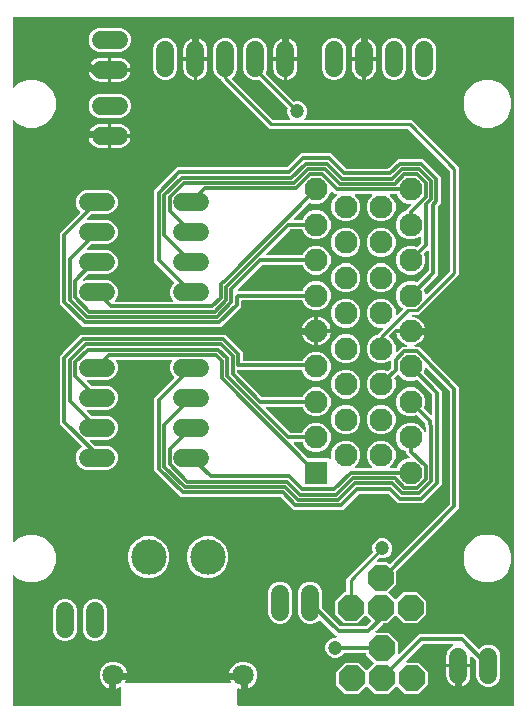
<source format=gbr>
G04 EAGLE Gerber RS-274X export*
G75*
%MOMM*%
%FSLAX34Y34*%
%LPD*%
%INTop Copper*%
%IPPOS*%
%AMOC8*
5,1,8,0,0,1.08239X$1,22.5*%
G01*
%ADD10C,1.524000*%
%ADD11P,2.364373X8X202.500000*%
%ADD12P,2.364373X8X22.500000*%
%ADD13C,1.950000*%
%ADD14R,1.950000X1.950000*%
%ADD15C,1.800000*%
%ADD16C,3.000000*%
%ADD17C,0.300000*%
%ADD18C,0.600000*%
%ADD19C,1.050000*%
%ADD20C,1.200000*%
%ADD21C,0.250000*%
%ADD22C,0.350000*%

G36*
X645020Y101814D02*
X645020Y101814D01*
X645039Y101812D01*
X645141Y101834D01*
X645243Y101850D01*
X645260Y101860D01*
X645280Y101864D01*
X645369Y101917D01*
X645460Y101966D01*
X645474Y101980D01*
X645491Y101990D01*
X645558Y102069D01*
X645630Y102144D01*
X645638Y102162D01*
X645651Y102177D01*
X645690Y102273D01*
X645733Y102367D01*
X645735Y102387D01*
X645743Y102405D01*
X645761Y102572D01*
X645761Y116913D01*
X645754Y116958D01*
X645756Y117004D01*
X645734Y117079D01*
X645722Y117156D01*
X645700Y117196D01*
X645687Y117240D01*
X645643Y117304D01*
X645606Y117373D01*
X645573Y117405D01*
X645547Y117442D01*
X645484Y117489D01*
X645428Y117543D01*
X645386Y117562D01*
X645350Y117589D01*
X645276Y117613D01*
X645205Y117646D01*
X645159Y117651D01*
X645116Y117665D01*
X645038Y117665D01*
X644961Y117673D01*
X644916Y117663D01*
X644870Y117663D01*
X644738Y117625D01*
X644720Y117621D01*
X644716Y117618D01*
X644709Y117616D01*
X641288Y116199D01*
X636712Y116199D01*
X632485Y117950D01*
X629250Y121185D01*
X627499Y125412D01*
X627499Y129988D01*
X629250Y134215D01*
X632485Y137450D01*
X636712Y139201D01*
X641288Y139201D01*
X645515Y137450D01*
X648750Y134215D01*
X650501Y129988D01*
X650501Y125412D01*
X649208Y122291D01*
X649197Y122247D01*
X649178Y122205D01*
X649170Y122128D01*
X649152Y122052D01*
X649156Y122006D01*
X649151Y121961D01*
X649168Y121884D01*
X649175Y121807D01*
X649194Y121765D01*
X649203Y121720D01*
X649243Y121653D01*
X649275Y121582D01*
X649306Y121548D01*
X649329Y121509D01*
X649389Y121459D01*
X649441Y121401D01*
X649481Y121379D01*
X649516Y121349D01*
X649589Y121320D01*
X649657Y121283D01*
X649702Y121274D01*
X649745Y121257D01*
X649880Y121242D01*
X649899Y121239D01*
X649904Y121240D01*
X649911Y121239D01*
X738089Y121239D01*
X738134Y121246D01*
X738180Y121244D01*
X738255Y121266D01*
X738332Y121279D01*
X738372Y121300D01*
X738416Y121313D01*
X738480Y121357D01*
X738549Y121394D01*
X738581Y121427D01*
X738618Y121453D01*
X738665Y121515D01*
X738718Y121572D01*
X738738Y121614D01*
X738765Y121650D01*
X738789Y121724D01*
X738822Y121795D01*
X738827Y121841D01*
X738841Y121884D01*
X738840Y121962D01*
X738849Y122039D01*
X738839Y122084D01*
X738839Y122130D01*
X738801Y122262D01*
X738797Y122280D01*
X738794Y122284D01*
X738792Y122291D01*
X737499Y125412D01*
X737499Y129988D01*
X739250Y134215D01*
X742485Y137450D01*
X746712Y139201D01*
X751288Y139201D01*
X755515Y137450D01*
X758750Y134215D01*
X760501Y129988D01*
X760501Y125412D01*
X758750Y121185D01*
X755515Y117950D01*
X751288Y116199D01*
X746712Y116199D01*
X745291Y116788D01*
X745247Y116798D01*
X745205Y116818D01*
X745128Y116826D01*
X745052Y116844D01*
X745006Y116840D01*
X744961Y116845D01*
X744884Y116828D01*
X744807Y116821D01*
X744765Y116802D01*
X744720Y116793D01*
X744653Y116753D01*
X744582Y116721D01*
X744548Y116690D01*
X744509Y116666D01*
X744459Y116607D01*
X744401Y116555D01*
X744379Y116514D01*
X744349Y116479D01*
X744320Y116407D01*
X744283Y116339D01*
X744274Y116294D01*
X744257Y116251D01*
X744242Y116115D01*
X744239Y116097D01*
X744240Y116092D01*
X744239Y116085D01*
X744239Y102572D01*
X744242Y102552D01*
X744240Y102533D01*
X744262Y102431D01*
X744279Y102329D01*
X744288Y102312D01*
X744292Y102292D01*
X744345Y102203D01*
X744394Y102112D01*
X744408Y102098D01*
X744418Y102081D01*
X744497Y102014D01*
X744572Y101942D01*
X744590Y101934D01*
X744605Y101921D01*
X744701Y101882D01*
X744795Y101839D01*
X744815Y101837D01*
X744833Y101829D01*
X745000Y101811D01*
X977428Y101811D01*
X977448Y101814D01*
X977467Y101812D01*
X977569Y101834D01*
X977671Y101850D01*
X977688Y101860D01*
X977708Y101864D01*
X977797Y101917D01*
X977888Y101966D01*
X977902Y101980D01*
X977919Y101990D01*
X977986Y102069D01*
X978058Y102144D01*
X978066Y102162D01*
X978079Y102177D01*
X978118Y102273D01*
X978161Y102367D01*
X978163Y102387D01*
X978171Y102405D01*
X978189Y102572D01*
X978189Y684428D01*
X978186Y684448D01*
X978188Y684467D01*
X978166Y684569D01*
X978150Y684671D01*
X978140Y684688D01*
X978136Y684708D01*
X978083Y684797D01*
X978034Y684888D01*
X978020Y684902D01*
X978010Y684919D01*
X977931Y684986D01*
X977856Y685058D01*
X977838Y685066D01*
X977823Y685079D01*
X977727Y685118D01*
X977633Y685161D01*
X977613Y685163D01*
X977595Y685171D01*
X977428Y685189D01*
X554572Y685189D01*
X554552Y685186D01*
X554533Y685188D01*
X554431Y685166D01*
X554329Y685150D01*
X554312Y685140D01*
X554292Y685136D01*
X554203Y685083D01*
X554112Y685034D01*
X554098Y685020D01*
X554081Y685010D01*
X554014Y684931D01*
X553942Y684856D01*
X553934Y684838D01*
X553921Y684823D01*
X553882Y684727D01*
X553839Y684633D01*
X553837Y684613D01*
X553829Y684595D01*
X553811Y684428D01*
X553811Y625872D01*
X553822Y625802D01*
X553824Y625730D01*
X553842Y625681D01*
X553850Y625629D01*
X553884Y625566D01*
X553909Y625499D01*
X553941Y625458D01*
X553966Y625412D01*
X554018Y625363D01*
X554062Y625307D01*
X554106Y625279D01*
X554144Y625243D01*
X554209Y625213D01*
X554269Y625174D01*
X554320Y625161D01*
X554367Y625139D01*
X554438Y625131D01*
X554508Y625114D01*
X554560Y625118D01*
X554611Y625112D01*
X554682Y625127D01*
X554753Y625133D01*
X554801Y625153D01*
X554852Y625164D01*
X554913Y625201D01*
X554979Y625229D01*
X555035Y625274D01*
X555063Y625290D01*
X555078Y625308D01*
X555110Y625334D01*
X558495Y628719D01*
X565960Y631811D01*
X574040Y631811D01*
X581505Y628719D01*
X587219Y623005D01*
X590311Y615540D01*
X590311Y607460D01*
X587219Y599995D01*
X581505Y594281D01*
X574040Y591189D01*
X565960Y591189D01*
X558495Y594281D01*
X555110Y597666D01*
X555052Y597708D01*
X555000Y597757D01*
X554953Y597779D01*
X554911Y597810D01*
X554842Y597831D01*
X554777Y597861D01*
X554725Y597867D01*
X554675Y597882D01*
X554604Y597880D01*
X554533Y597888D01*
X554482Y597877D01*
X554430Y597876D01*
X554362Y597851D01*
X554292Y597836D01*
X554247Y597809D01*
X554199Y597791D01*
X554143Y597746D01*
X554081Y597710D01*
X554047Y597670D01*
X554007Y597637D01*
X553968Y597577D01*
X553921Y597523D01*
X553902Y597474D01*
X553874Y597431D01*
X553856Y597361D01*
X553829Y597294D01*
X553821Y597223D01*
X553813Y597192D01*
X553815Y597169D01*
X553811Y597128D01*
X553811Y240872D01*
X553822Y240802D01*
X553824Y240730D01*
X553842Y240681D01*
X553850Y240629D01*
X553884Y240566D01*
X553909Y240499D01*
X553941Y240458D01*
X553966Y240412D01*
X554018Y240363D01*
X554062Y240307D01*
X554106Y240279D01*
X554144Y240243D01*
X554209Y240213D01*
X554269Y240174D01*
X554320Y240161D01*
X554367Y240139D01*
X554438Y240131D01*
X554508Y240114D01*
X554560Y240118D01*
X554611Y240112D01*
X554682Y240127D01*
X554753Y240133D01*
X554801Y240153D01*
X554852Y240164D01*
X554913Y240201D01*
X554979Y240229D01*
X555035Y240274D01*
X555063Y240290D01*
X555078Y240308D01*
X555110Y240334D01*
X558495Y243719D01*
X565960Y246811D01*
X574040Y246811D01*
X581505Y243719D01*
X587219Y238005D01*
X590311Y230540D01*
X590311Y222460D01*
X587219Y214995D01*
X581505Y209281D01*
X574040Y206189D01*
X565960Y206189D01*
X558495Y209281D01*
X555110Y212666D01*
X555052Y212708D01*
X555000Y212757D01*
X554953Y212779D01*
X554911Y212810D01*
X554842Y212831D01*
X554777Y212861D01*
X554725Y212867D01*
X554675Y212882D01*
X554604Y212880D01*
X554533Y212888D01*
X554482Y212877D01*
X554430Y212876D01*
X554362Y212851D01*
X554292Y212836D01*
X554247Y212809D01*
X554199Y212791D01*
X554143Y212746D01*
X554081Y212710D01*
X554047Y212670D01*
X554007Y212637D01*
X553968Y212577D01*
X553921Y212523D01*
X553902Y212474D01*
X553874Y212431D01*
X553856Y212361D01*
X553829Y212294D01*
X553821Y212223D01*
X553813Y212192D01*
X553815Y212169D01*
X553811Y212128D01*
X553811Y102572D01*
X553814Y102552D01*
X553812Y102533D01*
X553834Y102431D01*
X553850Y102329D01*
X553860Y102312D01*
X553864Y102292D01*
X553917Y102203D01*
X553966Y102112D01*
X553980Y102098D01*
X553990Y102081D01*
X554069Y102014D01*
X554144Y101942D01*
X554162Y101934D01*
X554177Y101921D01*
X554273Y101882D01*
X554367Y101839D01*
X554387Y101837D01*
X554405Y101829D01*
X554572Y101811D01*
X645000Y101811D01*
X645020Y101814D01*
G37*
%LPC*%
G36*
X835440Y111577D02*
X835440Y111577D01*
X827577Y119440D01*
X827577Y130560D01*
X835440Y138423D01*
X846560Y138423D01*
X853162Y131821D01*
X853178Y131809D01*
X853190Y131794D01*
X853278Y131738D01*
X853361Y131677D01*
X853380Y131672D01*
X853397Y131661D01*
X853498Y131635D01*
X853597Y131605D01*
X853616Y131606D01*
X853636Y131601D01*
X853739Y131609D01*
X853842Y131611D01*
X853861Y131618D01*
X853881Y131620D01*
X853976Y131660D01*
X854073Y131696D01*
X854089Y131708D01*
X854107Y131716D01*
X854238Y131821D01*
X859579Y137162D01*
X859591Y137178D01*
X859606Y137190D01*
X859662Y137278D01*
X859723Y137361D01*
X859728Y137380D01*
X859739Y137397D01*
X859765Y137498D01*
X859795Y137597D01*
X859794Y137616D01*
X859799Y137636D01*
X859791Y137739D01*
X859789Y137842D01*
X859782Y137861D01*
X859780Y137881D01*
X859740Y137976D01*
X859704Y138073D01*
X859692Y138089D01*
X859684Y138107D01*
X859579Y138238D01*
X852977Y144840D01*
X852977Y145638D01*
X852974Y145658D01*
X852976Y145677D01*
X852954Y145779D01*
X852938Y145881D01*
X852928Y145898D01*
X852924Y145918D01*
X852871Y146007D01*
X852822Y146098D01*
X852808Y146112D01*
X852798Y146129D01*
X852719Y146196D01*
X852644Y146268D01*
X852626Y146276D01*
X852611Y146289D01*
X852515Y146328D01*
X852421Y146371D01*
X852401Y146373D01*
X852383Y146381D01*
X852216Y146399D01*
X834736Y146399D01*
X834646Y146385D01*
X834555Y146377D01*
X834526Y146365D01*
X834494Y146360D01*
X834413Y146317D01*
X834329Y146281D01*
X834297Y146255D01*
X834276Y146244D01*
X834254Y146221D01*
X834198Y146176D01*
X831815Y143793D01*
X828691Y142499D01*
X825309Y142499D01*
X822185Y143793D01*
X819793Y146185D01*
X818499Y149309D01*
X818499Y152691D01*
X819793Y155815D01*
X822185Y158207D01*
X825309Y159501D01*
X827550Y159501D01*
X827621Y159512D01*
X827692Y159514D01*
X827741Y159532D01*
X827793Y159540D01*
X827856Y159574D01*
X827923Y159599D01*
X827964Y159631D01*
X828010Y159656D01*
X828059Y159707D01*
X828115Y159752D01*
X828144Y159796D01*
X828180Y159834D01*
X828210Y159899D01*
X828248Y159959D01*
X828261Y160010D01*
X828283Y160057D01*
X828291Y160128D01*
X828309Y160198D01*
X828304Y160250D01*
X828310Y160301D01*
X828295Y160372D01*
X828289Y160443D01*
X828269Y160491D01*
X828258Y160542D01*
X828221Y160603D01*
X828193Y160669D01*
X828148Y160725D01*
X828132Y160753D01*
X828114Y160768D01*
X828088Y160800D01*
X814199Y174690D01*
X814183Y174701D01*
X814170Y174717D01*
X814095Y174765D01*
X814077Y174780D01*
X814067Y174785D01*
X813999Y174833D01*
X813980Y174839D01*
X813963Y174850D01*
X813863Y174875D01*
X813764Y174905D01*
X813744Y174905D01*
X813725Y174910D01*
X813622Y174902D01*
X813518Y174899D01*
X813499Y174892D01*
X813480Y174891D01*
X813385Y174850D01*
X813287Y174815D01*
X813272Y174802D01*
X813253Y174794D01*
X813183Y174738D01*
X813179Y174736D01*
X813174Y174731D01*
X813122Y174690D01*
X811433Y173000D01*
X807713Y171459D01*
X803687Y171459D01*
X799967Y173000D01*
X797120Y175847D01*
X795579Y179567D01*
X795579Y198833D01*
X797120Y202553D01*
X799967Y205400D01*
X803687Y206941D01*
X807713Y206941D01*
X811433Y205400D01*
X814280Y202553D01*
X815821Y198833D01*
X815821Y185406D01*
X815835Y185316D01*
X815843Y185225D01*
X815855Y185195D01*
X815860Y185163D01*
X815903Y185083D01*
X815939Y184999D01*
X815965Y184967D01*
X815976Y184946D01*
X815999Y184924D01*
X816044Y184868D01*
X831438Y169474D01*
X831512Y169421D01*
X831581Y169361D01*
X831611Y169349D01*
X831638Y169330D01*
X831724Y169303D01*
X831809Y169269D01*
X831850Y169265D01*
X831873Y169258D01*
X831905Y169259D01*
X831976Y169251D01*
X852924Y169251D01*
X853014Y169265D01*
X853105Y169273D01*
X853135Y169285D01*
X853167Y169290D01*
X853247Y169333D01*
X853331Y169369D01*
X853363Y169395D01*
X853384Y169406D01*
X853406Y169429D01*
X853462Y169474D01*
X857165Y173176D01*
X857176Y173192D01*
X857192Y173205D01*
X857248Y173292D01*
X857308Y173376D01*
X857314Y173395D01*
X857325Y173412D01*
X857350Y173512D01*
X857381Y173611D01*
X857380Y173631D01*
X857385Y173650D01*
X857377Y173753D01*
X857374Y173857D01*
X857367Y173876D01*
X857366Y173895D01*
X857325Y173990D01*
X857290Y174088D01*
X857277Y174104D01*
X857270Y174122D01*
X857165Y174253D01*
X853238Y178179D01*
X853222Y178191D01*
X853210Y178206D01*
X853123Y178262D01*
X853039Y178323D01*
X853019Y178329D01*
X853003Y178339D01*
X852902Y178365D01*
X852803Y178395D01*
X852784Y178394D01*
X852764Y178399D01*
X852661Y178391D01*
X852558Y178389D01*
X852539Y178382D01*
X852519Y178380D01*
X852424Y178340D01*
X852327Y178304D01*
X852311Y178292D01*
X852293Y178284D01*
X852162Y178179D01*
X845560Y171577D01*
X834440Y171577D01*
X826577Y179440D01*
X826577Y190560D01*
X834440Y198423D01*
X835488Y198423D01*
X835508Y198426D01*
X835527Y198424D01*
X835629Y198446D01*
X835731Y198462D01*
X835748Y198472D01*
X835768Y198476D01*
X835857Y198529D01*
X835948Y198578D01*
X835962Y198592D01*
X835979Y198602D01*
X836046Y198681D01*
X836118Y198756D01*
X836126Y198774D01*
X836139Y198789D01*
X836178Y198885D01*
X836221Y198979D01*
X836223Y198999D01*
X836231Y199017D01*
X836249Y199184D01*
X836249Y209554D01*
X838669Y211974D01*
X858581Y231885D01*
X858648Y231979D01*
X858719Y232074D01*
X858721Y232080D01*
X858724Y232085D01*
X858758Y232195D01*
X858795Y232307D01*
X858795Y232314D01*
X858796Y232320D01*
X858793Y232436D01*
X858792Y232553D01*
X858790Y232561D01*
X858790Y232566D01*
X858784Y232583D01*
X858746Y232715D01*
X858499Y233309D01*
X858499Y236691D01*
X859793Y239815D01*
X862185Y242207D01*
X865309Y243501D01*
X868691Y243501D01*
X871815Y242207D01*
X874207Y239815D01*
X875501Y236691D01*
X875501Y233309D01*
X874207Y230185D01*
X871815Y227793D01*
X868691Y226499D01*
X865309Y226499D01*
X864715Y226746D01*
X864601Y226772D01*
X864487Y226801D01*
X864481Y226800D01*
X864475Y226802D01*
X864359Y226791D01*
X864242Y226782D01*
X864236Y226779D01*
X864230Y226779D01*
X864123Y226731D01*
X864016Y226685D01*
X864010Y226681D01*
X864005Y226679D01*
X863992Y226666D01*
X863885Y226581D01*
X862427Y225122D01*
X862385Y225064D01*
X862335Y225012D01*
X862313Y224965D01*
X862283Y224923D01*
X862262Y224854D01*
X862232Y224789D01*
X862226Y224737D01*
X862211Y224687D01*
X862213Y224616D01*
X862205Y224545D01*
X862216Y224494D01*
X862217Y224442D01*
X862242Y224374D01*
X862257Y224304D01*
X862284Y224260D01*
X862301Y224211D01*
X862346Y224155D01*
X862383Y224093D01*
X862423Y224059D01*
X862455Y224019D01*
X862515Y223980D01*
X862570Y223933D01*
X862618Y223914D01*
X862662Y223886D01*
X862732Y223868D01*
X862798Y223841D01*
X862869Y223833D01*
X862901Y223825D01*
X862924Y223827D01*
X862965Y223823D01*
X870960Y223823D01*
X872524Y222259D01*
X872540Y222247D01*
X872553Y222231D01*
X872640Y222175D01*
X872724Y222115D01*
X872743Y222109D01*
X872760Y222098D01*
X872860Y222073D01*
X872959Y222043D01*
X872979Y222043D01*
X872998Y222038D01*
X873101Y222046D01*
X873205Y222049D01*
X873224Y222056D01*
X873243Y222057D01*
X873338Y222098D01*
X873436Y222133D01*
X873451Y222146D01*
X873470Y222154D01*
X873601Y222259D01*
X923776Y272434D01*
X923829Y272508D01*
X923889Y272578D01*
X923901Y272608D01*
X923920Y272634D01*
X923947Y272721D01*
X923981Y272806D01*
X923985Y272847D01*
X923992Y272869D01*
X923991Y272901D01*
X923999Y272972D01*
X923999Y368028D01*
X923985Y368118D01*
X923977Y368209D01*
X923965Y368238D01*
X923960Y368270D01*
X923917Y368351D01*
X923881Y368435D01*
X923855Y368467D01*
X923844Y368488D01*
X923821Y368510D01*
X923776Y368566D01*
X904450Y387892D01*
X904392Y387934D01*
X904340Y387983D01*
X904293Y388005D01*
X904251Y388035D01*
X904182Y388056D01*
X904117Y388087D01*
X904065Y388092D01*
X904015Y388108D01*
X903944Y388106D01*
X903873Y388114D01*
X903822Y388103D01*
X903770Y388101D01*
X903702Y388077D01*
X903632Y388062D01*
X903587Y388035D01*
X903539Y388017D01*
X903483Y387972D01*
X903421Y387935D01*
X903387Y387896D01*
X903347Y387863D01*
X903308Y387803D01*
X903261Y387748D01*
X903242Y387700D01*
X903214Y387656D01*
X903196Y387587D01*
X903169Y387520D01*
X903161Y387449D01*
X903153Y387418D01*
X903155Y387395D01*
X903151Y387354D01*
X903151Y386663D01*
X902128Y384194D01*
X902101Y384080D01*
X902073Y383967D01*
X902073Y383961D01*
X902072Y383955D01*
X902083Y383838D01*
X902092Y383722D01*
X902094Y383716D01*
X902095Y383710D01*
X902143Y383602D01*
X902188Y383496D01*
X902193Y383490D01*
X902195Y383485D01*
X902208Y383472D01*
X902293Y383365D01*
X914434Y371224D01*
X917001Y368657D01*
X917001Y288682D01*
X901596Y273277D01*
X880204Y273277D01*
X872177Y281304D01*
X872103Y281357D01*
X872033Y281417D01*
X872003Y281429D01*
X871977Y281448D01*
X871890Y281475D01*
X871805Y281509D01*
X871764Y281513D01*
X871742Y281520D01*
X871710Y281519D01*
X871638Y281527D01*
X847694Y281527D01*
X847604Y281513D01*
X847513Y281505D01*
X847484Y281493D01*
X847452Y281488D01*
X847371Y281445D01*
X847287Y281409D01*
X847255Y281383D01*
X847234Y281372D01*
X847212Y281349D01*
X847156Y281304D01*
X833279Y267427D01*
X791721Y267427D01*
X780944Y278204D01*
X780870Y278257D01*
X780801Y278317D01*
X780770Y278329D01*
X780744Y278348D01*
X780657Y278375D01*
X780572Y278409D01*
X780531Y278413D01*
X780509Y278420D01*
X780477Y278419D01*
X780406Y278427D01*
X696119Y278427D01*
X673687Y300859D01*
X673687Y362445D01*
X676254Y365012D01*
X690666Y379424D01*
X690678Y379440D01*
X690694Y379453D01*
X690750Y379540D01*
X690810Y379624D01*
X690816Y379643D01*
X690827Y379660D01*
X690852Y379760D01*
X690882Y379859D01*
X690882Y379879D01*
X690887Y379898D01*
X690879Y380001D01*
X690876Y380105D01*
X690869Y380124D01*
X690867Y380144D01*
X690827Y380238D01*
X690791Y380336D01*
X690779Y380352D01*
X690771Y380370D01*
X690666Y380501D01*
X688800Y382367D01*
X687259Y386087D01*
X687259Y390113D01*
X688741Y393691D01*
X688752Y393735D01*
X688771Y393777D01*
X688780Y393854D01*
X688797Y393930D01*
X688793Y393976D01*
X688798Y394021D01*
X688782Y394098D01*
X688774Y394175D01*
X688756Y394217D01*
X688746Y394262D01*
X688706Y394329D01*
X688674Y394400D01*
X688643Y394434D01*
X688620Y394473D01*
X688561Y394524D01*
X688508Y394581D01*
X688468Y394603D01*
X688433Y394633D01*
X688361Y394662D01*
X688292Y394699D01*
X688247Y394708D01*
X688205Y394725D01*
X688069Y394740D01*
X688050Y394743D01*
X688045Y394742D01*
X688038Y394743D01*
X641962Y394743D01*
X641917Y394736D01*
X641871Y394738D01*
X641796Y394716D01*
X641719Y394704D01*
X641679Y394682D01*
X641635Y394669D01*
X641571Y394625D01*
X641502Y394588D01*
X641470Y394555D01*
X641433Y394529D01*
X641386Y394467D01*
X641333Y394410D01*
X641313Y394368D01*
X641286Y394332D01*
X641262Y394258D01*
X641229Y394187D01*
X641224Y394141D01*
X641210Y394098D01*
X641210Y394020D01*
X641202Y393943D01*
X641212Y393898D01*
X641212Y393852D01*
X641250Y393720D01*
X641254Y393702D01*
X641257Y393698D01*
X641259Y393691D01*
X642741Y390113D01*
X642741Y386087D01*
X641200Y382367D01*
X638353Y379520D01*
X634633Y377979D01*
X617216Y377979D01*
X617146Y377968D01*
X617074Y377966D01*
X617025Y377948D01*
X616974Y377940D01*
X616910Y377906D01*
X616843Y377881D01*
X616802Y377849D01*
X616756Y377824D01*
X616707Y377772D01*
X616651Y377728D01*
X616623Y377684D01*
X616587Y377646D01*
X616557Y377581D01*
X616518Y377521D01*
X616505Y377470D01*
X616483Y377423D01*
X616475Y377352D01*
X616458Y377282D01*
X616462Y377230D01*
X616456Y377179D01*
X616471Y377108D01*
X616477Y377037D01*
X616497Y376989D01*
X616508Y376938D01*
X616545Y376877D01*
X616573Y376811D01*
X616618Y376755D01*
X616635Y376727D01*
X616652Y376712D01*
X616678Y376680D01*
X620314Y373044D01*
X620388Y372991D01*
X620458Y372931D01*
X620488Y372919D01*
X620514Y372900D01*
X620601Y372873D01*
X620686Y372839D01*
X620727Y372835D01*
X620749Y372828D01*
X620781Y372829D01*
X620852Y372821D01*
X634633Y372821D01*
X638353Y371280D01*
X641200Y368433D01*
X642741Y364713D01*
X642741Y360687D01*
X641200Y356967D01*
X638353Y354120D01*
X634633Y352579D01*
X617216Y352579D01*
X617146Y352568D01*
X617074Y352566D01*
X617025Y352548D01*
X616974Y352540D01*
X616910Y352506D01*
X616843Y352481D01*
X616802Y352449D01*
X616756Y352424D01*
X616707Y352372D01*
X616651Y352328D01*
X616623Y352284D01*
X616587Y352246D01*
X616557Y352181D01*
X616518Y352121D01*
X616505Y352070D01*
X616483Y352023D01*
X616475Y351952D01*
X616458Y351882D01*
X616462Y351830D01*
X616456Y351779D01*
X616471Y351708D01*
X616477Y351637D01*
X616497Y351589D01*
X616508Y351538D01*
X616545Y351477D01*
X616573Y351411D01*
X616618Y351355D01*
X616635Y351327D01*
X616652Y351312D01*
X616678Y351280D01*
X620314Y347644D01*
X620388Y347591D01*
X620458Y347531D01*
X620488Y347519D01*
X620514Y347500D01*
X620601Y347473D01*
X620686Y347439D01*
X620727Y347435D01*
X620749Y347428D01*
X620781Y347429D01*
X620852Y347421D01*
X634633Y347421D01*
X638353Y345880D01*
X641200Y343033D01*
X642741Y339313D01*
X642741Y335287D01*
X641200Y331567D01*
X638353Y328720D01*
X634633Y327179D01*
X619943Y327179D01*
X619873Y327168D01*
X619801Y327166D01*
X619752Y327148D01*
X619701Y327140D01*
X619637Y327106D01*
X619570Y327081D01*
X619529Y327049D01*
X619483Y327024D01*
X619434Y326972D01*
X619378Y326928D01*
X619350Y326884D01*
X619314Y326846D01*
X619284Y326781D01*
X619245Y326721D01*
X619232Y326670D01*
X619210Y326623D01*
X619202Y326552D01*
X619185Y326482D01*
X619189Y326430D01*
X619183Y326379D01*
X619199Y326308D01*
X619204Y326237D01*
X619224Y326189D01*
X619236Y326138D01*
X619272Y326077D01*
X619300Y326011D01*
X619345Y325955D01*
X619362Y325927D01*
X619379Y325912D01*
X619405Y325880D01*
X623041Y322244D01*
X623115Y322191D01*
X623185Y322131D01*
X623215Y322119D01*
X623241Y322100D01*
X623328Y322073D01*
X623413Y322039D01*
X623454Y322035D01*
X623476Y322028D01*
X623508Y322029D01*
X623580Y322021D01*
X634633Y322021D01*
X638353Y320480D01*
X641200Y317633D01*
X642741Y313913D01*
X642741Y309887D01*
X641200Y306167D01*
X638353Y303320D01*
X634633Y301779D01*
X615367Y301779D01*
X611647Y303320D01*
X608800Y306167D01*
X607259Y309887D01*
X607259Y313913D01*
X608800Y317633D01*
X611647Y320480D01*
X611897Y320583D01*
X611936Y320608D01*
X611979Y320623D01*
X612040Y320672D01*
X612106Y320713D01*
X612135Y320748D01*
X612171Y320777D01*
X612213Y320843D01*
X612263Y320903D01*
X612279Y320945D01*
X612304Y320984D01*
X612323Y321060D01*
X612351Y321132D01*
X612353Y321178D01*
X612364Y321223D01*
X612358Y321300D01*
X612362Y321378D01*
X612349Y321422D01*
X612345Y321468D01*
X612315Y321539D01*
X612293Y321614D01*
X612267Y321652D01*
X612249Y321694D01*
X612164Y321801D01*
X612153Y321816D01*
X612149Y321819D01*
X612144Y321825D01*
X596254Y337715D01*
X593687Y340282D01*
X593687Y397914D01*
X596254Y400480D01*
X596254Y400481D01*
X609523Y413750D01*
X609524Y413750D01*
X612090Y416317D01*
X733535Y416317D01*
X736101Y413750D01*
X736102Y413750D01*
X746006Y403846D01*
X746006Y403845D01*
X748573Y401279D01*
X748573Y394762D01*
X748576Y394742D01*
X748574Y394723D01*
X748596Y394621D01*
X748612Y394519D01*
X748622Y394502D01*
X748626Y394482D01*
X748679Y394393D01*
X748728Y394302D01*
X748742Y394288D01*
X748752Y394271D01*
X748831Y394204D01*
X748906Y394132D01*
X748924Y394124D01*
X748939Y394111D01*
X749035Y394072D01*
X749129Y394029D01*
X749149Y394027D01*
X749167Y394019D01*
X749334Y394001D01*
X799161Y394001D01*
X799276Y394020D01*
X799392Y394037D01*
X799398Y394039D01*
X799404Y394040D01*
X799507Y394095D01*
X799611Y394148D01*
X799616Y394153D01*
X799621Y394156D01*
X799701Y394240D01*
X799784Y394324D01*
X799787Y394330D01*
X799791Y394334D01*
X799799Y394351D01*
X799865Y394471D01*
X800514Y396040D01*
X803960Y399486D01*
X808463Y401351D01*
X813337Y401351D01*
X817840Y399486D01*
X821286Y396040D01*
X823151Y391537D01*
X823151Y386663D01*
X821286Y382160D01*
X817840Y378714D01*
X813337Y376849D01*
X808463Y376849D01*
X803960Y378714D01*
X800514Y382160D01*
X799119Y385529D01*
X799057Y385629D01*
X798997Y385729D01*
X798993Y385733D01*
X798989Y385738D01*
X798899Y385813D01*
X798811Y385889D01*
X798805Y385891D01*
X798800Y385895D01*
X798691Y385937D01*
X798582Y385981D01*
X798575Y385982D01*
X798570Y385983D01*
X798552Y385984D01*
X798416Y385999D01*
X744810Y385999D01*
X744790Y385996D01*
X744771Y385998D01*
X744669Y385976D01*
X744567Y385960D01*
X744550Y385950D01*
X744530Y385946D01*
X744441Y385893D01*
X744350Y385844D01*
X744336Y385830D01*
X744319Y385820D01*
X744252Y385741D01*
X744180Y385666D01*
X744172Y385648D01*
X744159Y385633D01*
X744120Y385537D01*
X744077Y385443D01*
X744075Y385423D01*
X744067Y385405D01*
X744049Y385238D01*
X744049Y384720D01*
X744063Y384630D01*
X744071Y384539D01*
X744083Y384510D01*
X744088Y384478D01*
X744131Y384397D01*
X744167Y384313D01*
X744193Y384281D01*
X744204Y384260D01*
X744227Y384238D01*
X744272Y384182D01*
X765130Y363324D01*
X765204Y363271D01*
X765273Y363211D01*
X765304Y363199D01*
X765330Y363180D01*
X765417Y363153D01*
X765502Y363119D01*
X765543Y363115D01*
X765565Y363108D01*
X765597Y363109D01*
X765668Y363101D01*
X798788Y363101D01*
X798903Y363120D01*
X799019Y363137D01*
X799025Y363139D01*
X799031Y363140D01*
X799134Y363195D01*
X799239Y363248D01*
X799243Y363253D01*
X799249Y363256D01*
X799328Y363340D01*
X799411Y363424D01*
X799414Y363430D01*
X799418Y363434D01*
X799426Y363451D01*
X799492Y363571D01*
X800514Y366040D01*
X803960Y369486D01*
X808463Y371351D01*
X813337Y371351D01*
X817840Y369486D01*
X821286Y366040D01*
X823151Y361537D01*
X823151Y356663D01*
X821286Y352160D01*
X817840Y348714D01*
X813337Y346849D01*
X808463Y346849D01*
X803960Y348714D01*
X800514Y352160D01*
X799492Y354629D01*
X799430Y354729D01*
X799370Y354829D01*
X799365Y354833D01*
X799362Y354838D01*
X799272Y354913D01*
X799183Y354989D01*
X799177Y354991D01*
X799173Y354995D01*
X799065Y355037D01*
X798955Y355081D01*
X798948Y355082D01*
X798943Y355083D01*
X798925Y355084D01*
X798788Y355099D01*
X768794Y355099D01*
X768724Y355088D01*
X768652Y355086D01*
X768603Y355068D01*
X768552Y355060D01*
X768488Y355026D01*
X768421Y355001D01*
X768380Y354969D01*
X768334Y354944D01*
X768285Y354892D01*
X768229Y354848D01*
X768201Y354804D01*
X768165Y354766D01*
X768135Y354701D01*
X768096Y354641D01*
X768083Y354590D01*
X768061Y354543D01*
X768053Y354472D01*
X768036Y354402D01*
X768040Y354350D01*
X768034Y354299D01*
X768049Y354228D01*
X768055Y354157D01*
X768075Y354109D01*
X768086Y354058D01*
X768123Y353997D01*
X768151Y353931D01*
X768196Y353875D01*
X768213Y353847D01*
X768230Y353832D01*
X768256Y353800D01*
X788732Y333324D01*
X788806Y333271D01*
X788876Y333211D01*
X788906Y333199D01*
X788932Y333180D01*
X789019Y333153D01*
X789104Y333119D01*
X789145Y333115D01*
X789167Y333108D01*
X789199Y333109D01*
X789270Y333101D01*
X798788Y333101D01*
X798903Y333120D01*
X799019Y333137D01*
X799025Y333139D01*
X799031Y333140D01*
X799134Y333195D01*
X799239Y333248D01*
X799243Y333253D01*
X799249Y333256D01*
X799328Y333340D01*
X799411Y333424D01*
X799414Y333430D01*
X799418Y333434D01*
X799426Y333451D01*
X799492Y333571D01*
X800514Y336040D01*
X803960Y339486D01*
X808463Y341351D01*
X813337Y341351D01*
X817840Y339486D01*
X821286Y336040D01*
X823151Y331537D01*
X823151Y326663D01*
X821286Y322160D01*
X817840Y318714D01*
X813337Y316849D01*
X808463Y316849D01*
X803960Y318714D01*
X800514Y322160D01*
X799492Y324629D01*
X799430Y324729D01*
X799370Y324829D01*
X799365Y324833D01*
X799362Y324838D01*
X799272Y324913D01*
X799183Y324989D01*
X799177Y324991D01*
X799173Y324995D01*
X799065Y325037D01*
X798955Y325081D01*
X798948Y325082D01*
X798943Y325083D01*
X798925Y325084D01*
X798788Y325099D01*
X792396Y325099D01*
X792326Y325088D01*
X792254Y325086D01*
X792205Y325068D01*
X792154Y325060D01*
X792090Y325026D01*
X792023Y325001D01*
X791982Y324969D01*
X791936Y324944D01*
X791887Y324893D01*
X791831Y324848D01*
X791803Y324804D01*
X791767Y324766D01*
X791737Y324701D01*
X791698Y324641D01*
X791685Y324590D01*
X791663Y324543D01*
X791655Y324472D01*
X791638Y324402D01*
X791642Y324350D01*
X791636Y324299D01*
X791651Y324228D01*
X791657Y324157D01*
X791677Y324109D01*
X791688Y324058D01*
X791725Y323997D01*
X791753Y323931D01*
X791798Y323875D01*
X791815Y323847D01*
X791832Y323832D01*
X791858Y323800D01*
X804084Y311574D01*
X804158Y311521D01*
X804228Y311461D01*
X804258Y311449D01*
X804284Y311430D01*
X804371Y311403D01*
X804456Y311369D01*
X804497Y311365D01*
X804519Y311358D01*
X804551Y311359D01*
X804622Y311351D01*
X821686Y311351D01*
X822552Y310484D01*
X822631Y310427D01*
X822707Y310365D01*
X822731Y310356D01*
X822752Y310341D01*
X822845Y310312D01*
X822936Y310277D01*
X822962Y310276D01*
X822987Y310268D01*
X823084Y310271D01*
X823182Y310267D01*
X823207Y310274D01*
X823233Y310275D01*
X823325Y310308D01*
X823418Y310335D01*
X823440Y310350D01*
X823464Y310359D01*
X823540Y310420D01*
X823620Y310475D01*
X823636Y310496D01*
X823656Y310513D01*
X823709Y310595D01*
X823767Y310673D01*
X823775Y310698D01*
X823789Y310720D01*
X823813Y310814D01*
X823843Y310907D01*
X823843Y310933D01*
X823849Y310958D01*
X823842Y311055D01*
X823841Y311153D01*
X823832Y311184D01*
X823830Y311203D01*
X823817Y311234D01*
X823794Y311314D01*
X823649Y311663D01*
X823649Y316537D01*
X825514Y321040D01*
X828960Y324486D01*
X833463Y326351D01*
X838337Y326351D01*
X842840Y324486D01*
X846286Y321040D01*
X848151Y316537D01*
X848151Y311663D01*
X846286Y307160D01*
X843525Y304400D01*
X843484Y304342D01*
X843434Y304290D01*
X843412Y304243D01*
X843382Y304201D01*
X843361Y304132D01*
X843331Y304067D01*
X843325Y304015D01*
X843309Y303965D01*
X843311Y303894D01*
X843303Y303823D01*
X843315Y303772D01*
X843316Y303720D01*
X843340Y303652D01*
X843356Y303582D01*
X843382Y303537D01*
X843400Y303489D01*
X843445Y303433D01*
X843482Y303371D01*
X843521Y303337D01*
X843554Y303297D01*
X843614Y303258D01*
X843669Y303211D01*
X843717Y303192D01*
X843761Y303164D01*
X843830Y303146D01*
X843897Y303119D01*
X843968Y303111D01*
X843999Y303103D01*
X844023Y303105D01*
X844064Y303101D01*
X857736Y303101D01*
X857807Y303112D01*
X857879Y303114D01*
X857928Y303132D01*
X857979Y303140D01*
X858042Y303174D01*
X858110Y303199D01*
X858150Y303231D01*
X858196Y303256D01*
X858246Y303308D01*
X858302Y303352D01*
X858330Y303396D01*
X858366Y303434D01*
X858396Y303499D01*
X858435Y303559D01*
X858448Y303610D01*
X858469Y303657D01*
X858477Y303728D01*
X858495Y303798D01*
X858491Y303850D01*
X858497Y303901D01*
X858481Y303972D01*
X858476Y304043D01*
X858455Y304091D01*
X858444Y304142D01*
X858407Y304203D01*
X858379Y304269D01*
X858335Y304325D01*
X858318Y304353D01*
X858300Y304368D01*
X858275Y304400D01*
X855514Y307160D01*
X853649Y311663D01*
X853649Y316537D01*
X855514Y321040D01*
X858960Y324486D01*
X863463Y326351D01*
X868337Y326351D01*
X872840Y324486D01*
X876286Y321040D01*
X878151Y316537D01*
X878151Y311663D01*
X876286Y307160D01*
X873525Y304400D01*
X873484Y304342D01*
X873434Y304290D01*
X873412Y304243D01*
X873382Y304201D01*
X873361Y304132D01*
X873331Y304067D01*
X873325Y304015D01*
X873309Y303965D01*
X873311Y303894D01*
X873303Y303823D01*
X873315Y303772D01*
X873316Y303720D01*
X873340Y303652D01*
X873356Y303582D01*
X873382Y303537D01*
X873400Y303489D01*
X873445Y303433D01*
X873482Y303371D01*
X873521Y303337D01*
X873554Y303297D01*
X873614Y303258D01*
X873669Y303211D01*
X873717Y303192D01*
X873761Y303164D01*
X873830Y303146D01*
X873897Y303119D01*
X873968Y303111D01*
X873999Y303103D01*
X874023Y303105D01*
X874064Y303101D01*
X878788Y303101D01*
X878903Y303120D01*
X879019Y303137D01*
X879025Y303139D01*
X879031Y303140D01*
X879134Y303195D01*
X879239Y303248D01*
X879243Y303253D01*
X879249Y303256D01*
X879328Y303340D01*
X879411Y303424D01*
X879414Y303430D01*
X879418Y303434D01*
X879426Y303451D01*
X879492Y303571D01*
X880514Y306040D01*
X883960Y309486D01*
X888463Y311351D01*
X889219Y311351D01*
X889290Y311362D01*
X889361Y311364D01*
X889410Y311382D01*
X889462Y311390D01*
X889525Y311424D01*
X889592Y311449D01*
X889633Y311481D01*
X889679Y311506D01*
X889728Y311558D01*
X889784Y311602D01*
X889812Y311646D01*
X889848Y311684D01*
X889878Y311749D01*
X889917Y311809D01*
X889930Y311860D01*
X889952Y311907D01*
X889960Y311978D01*
X889977Y312048D01*
X889973Y312100D01*
X889979Y312151D01*
X889964Y312222D01*
X889958Y312293D01*
X889938Y312341D01*
X889927Y312392D01*
X889890Y312453D01*
X889862Y312519D01*
X889817Y312575D01*
X889801Y312603D01*
X889783Y312618D01*
X889757Y312650D01*
X889566Y312842D01*
X886999Y315408D01*
X886999Y316947D01*
X886980Y317062D01*
X886963Y317178D01*
X886961Y317184D01*
X886960Y317190D01*
X886905Y317292D01*
X886852Y317397D01*
X886847Y317402D01*
X886844Y317407D01*
X886760Y317487D01*
X886676Y317569D01*
X886670Y317573D01*
X886666Y317577D01*
X886649Y317584D01*
X886529Y317650D01*
X883960Y318714D01*
X880514Y322160D01*
X878649Y326663D01*
X878649Y331537D01*
X880514Y336040D01*
X883960Y339486D01*
X888463Y341351D01*
X893337Y341351D01*
X897840Y339486D01*
X901286Y336040D01*
X902733Y332546D01*
X902784Y332463D01*
X902830Y332377D01*
X902849Y332359D01*
X902862Y332337D01*
X902937Y332275D01*
X903008Y332208D01*
X903032Y332197D01*
X903052Y332180D01*
X903143Y332145D01*
X903231Y332104D01*
X903257Y332101D01*
X903281Y332092D01*
X903379Y332088D01*
X903475Y332077D01*
X903501Y332083D01*
X903527Y332082D01*
X903621Y332109D01*
X903716Y332129D01*
X903738Y332143D01*
X903763Y332150D01*
X903843Y332206D01*
X903927Y332256D01*
X903944Y332275D01*
X903965Y332290D01*
X904024Y332368D01*
X904087Y332442D01*
X904097Y332467D01*
X904112Y332488D01*
X904142Y332580D01*
X904179Y332671D01*
X904182Y332703D01*
X904188Y332722D01*
X904188Y332755D01*
X904197Y332837D01*
X904197Y336830D01*
X904183Y336920D01*
X904175Y337011D01*
X904163Y337040D01*
X904158Y337072D01*
X904115Y337153D01*
X904079Y337237D01*
X904053Y337269D01*
X904042Y337290D01*
X904019Y337312D01*
X903974Y337368D01*
X902999Y338343D01*
X902999Y341028D01*
X902985Y341118D01*
X902977Y341209D01*
X902965Y341238D01*
X902960Y341270D01*
X902917Y341351D01*
X902881Y341435D01*
X902855Y341467D01*
X902844Y341488D01*
X902821Y341510D01*
X902776Y341566D01*
X896635Y347707D01*
X896540Y347775D01*
X896447Y347845D01*
X896441Y347847D01*
X896436Y347850D01*
X896324Y347885D01*
X896213Y347921D01*
X896206Y347921D01*
X896200Y347923D01*
X896084Y347920D01*
X895967Y347919D01*
X895960Y347917D01*
X895955Y347916D01*
X895937Y347910D01*
X895806Y347872D01*
X893337Y346849D01*
X888463Y346849D01*
X883960Y348714D01*
X880514Y352160D01*
X878649Y356663D01*
X878649Y361537D01*
X880514Y366040D01*
X883960Y369486D01*
X888463Y371351D01*
X893337Y371351D01*
X897840Y369486D01*
X901286Y366040D01*
X903151Y361537D01*
X903151Y356663D01*
X902128Y354194D01*
X902101Y354081D01*
X902073Y353967D01*
X902073Y353961D01*
X902072Y353955D01*
X902083Y353838D01*
X902092Y353722D01*
X902094Y353716D01*
X902095Y353710D01*
X902143Y353602D01*
X902188Y353496D01*
X902193Y353490D01*
X902195Y353485D01*
X902208Y353472D01*
X902293Y353365D01*
X907700Y347958D01*
X907758Y347916D01*
X907810Y347867D01*
X907857Y347845D01*
X907899Y347815D01*
X907968Y347794D01*
X908033Y347763D01*
X908085Y347758D01*
X908135Y347742D01*
X908206Y347744D01*
X908277Y347736D01*
X908328Y347747D01*
X908380Y347749D01*
X908448Y347773D01*
X908518Y347788D01*
X908562Y347815D01*
X908611Y347833D01*
X908667Y347878D01*
X908729Y347915D01*
X908763Y347954D01*
X908803Y347987D01*
X908842Y348047D01*
X908889Y348102D01*
X908908Y348150D01*
X908936Y348194D01*
X908954Y348263D01*
X908981Y348330D01*
X908989Y348401D01*
X908997Y348432D01*
X908995Y348455D01*
X908999Y348496D01*
X908999Y365028D01*
X908985Y365118D01*
X908977Y365209D01*
X908965Y365238D01*
X908960Y365270D01*
X908917Y365351D01*
X908881Y365435D01*
X908855Y365467D01*
X908844Y365488D01*
X908821Y365510D01*
X908776Y365566D01*
X896635Y377707D01*
X896540Y377775D01*
X896447Y377845D01*
X896441Y377847D01*
X896436Y377850D01*
X896324Y377885D01*
X896213Y377921D01*
X896206Y377921D01*
X896200Y377923D01*
X896084Y377920D01*
X895967Y377919D01*
X895960Y377917D01*
X895955Y377916D01*
X895937Y377910D01*
X895806Y377872D01*
X893337Y376849D01*
X888463Y376849D01*
X883960Y378714D01*
X880605Y382070D01*
X880589Y382082D01*
X880576Y382097D01*
X880489Y382153D01*
X880405Y382214D01*
X880386Y382220D01*
X880369Y382230D01*
X880269Y382256D01*
X880170Y382286D01*
X880150Y382286D01*
X880131Y382290D01*
X880028Y382282D01*
X879924Y382280D01*
X879905Y382273D01*
X879885Y382271D01*
X879790Y382231D01*
X879693Y382195D01*
X879677Y382183D01*
X879659Y382175D01*
X879528Y382070D01*
X877293Y379835D01*
X877225Y379740D01*
X877155Y379647D01*
X877153Y379641D01*
X877150Y379636D01*
X877115Y379524D01*
X877079Y379413D01*
X877079Y379406D01*
X877077Y379400D01*
X877080Y379284D01*
X877081Y379167D01*
X877083Y379160D01*
X877084Y379155D01*
X877090Y379137D01*
X877128Y379006D01*
X878151Y376537D01*
X878151Y371663D01*
X876286Y367160D01*
X872840Y363714D01*
X868337Y361849D01*
X863463Y361849D01*
X858960Y363714D01*
X855514Y367160D01*
X853649Y371663D01*
X853649Y376537D01*
X855514Y381040D01*
X858960Y384486D01*
X863463Y386351D01*
X868337Y386351D01*
X870806Y385328D01*
X870919Y385301D01*
X871033Y385273D01*
X871039Y385273D01*
X871045Y385272D01*
X871162Y385283D01*
X871278Y385292D01*
X871284Y385294D01*
X871290Y385295D01*
X871397Y385343D01*
X871504Y385388D01*
X871510Y385393D01*
X871515Y385395D01*
X871528Y385408D01*
X871635Y385493D01*
X873902Y387760D01*
X873955Y387834D01*
X874015Y387904D01*
X874027Y387934D01*
X874046Y387960D01*
X874073Y388047D01*
X874107Y388132D01*
X874111Y388173D01*
X874118Y388195D01*
X874117Y388227D01*
X874125Y388298D01*
X874125Y393162D01*
X874114Y393233D01*
X874112Y393305D01*
X874094Y393354D01*
X874086Y393405D01*
X874052Y393468D01*
X874027Y393536D01*
X873995Y393577D01*
X873970Y393622D01*
X873918Y393672D01*
X873874Y393728D01*
X873830Y393756D01*
X873792Y393792D01*
X873727Y393822D01*
X873667Y393861D01*
X873616Y393874D01*
X873569Y393895D01*
X873498Y393903D01*
X873428Y393921D01*
X873376Y393917D01*
X873325Y393923D01*
X873254Y393907D01*
X873183Y393902D01*
X873135Y393881D01*
X873084Y393870D01*
X873023Y393833D01*
X872957Y393805D01*
X872901Y393761D01*
X872873Y393744D01*
X872858Y393726D01*
X872847Y393717D01*
X868337Y391849D01*
X863463Y391849D01*
X858960Y393714D01*
X855514Y397160D01*
X853649Y401663D01*
X853649Y406537D01*
X855514Y411040D01*
X858960Y414486D01*
X862612Y415998D01*
X862668Y416033D01*
X862728Y416058D01*
X862793Y416110D01*
X862821Y416128D01*
X862833Y416143D01*
X862859Y416163D01*
X867245Y420550D01*
X867287Y420608D01*
X867337Y420660D01*
X867359Y420707D01*
X867389Y420749D01*
X867410Y420818D01*
X867440Y420883D01*
X867446Y420935D01*
X867461Y420985D01*
X867459Y421056D01*
X867467Y421127D01*
X867456Y421178D01*
X867455Y421230D01*
X867430Y421298D01*
X867415Y421368D01*
X867388Y421412D01*
X867371Y421461D01*
X867326Y421517D01*
X867289Y421579D01*
X867249Y421613D01*
X867217Y421653D01*
X867157Y421692D01*
X867102Y421739D01*
X867054Y421758D01*
X867010Y421786D01*
X866940Y421804D01*
X866874Y421831D01*
X866803Y421839D01*
X866771Y421847D01*
X866748Y421845D01*
X866707Y421849D01*
X863463Y421849D01*
X858960Y423714D01*
X855514Y427160D01*
X853649Y431663D01*
X853649Y436537D01*
X855514Y441040D01*
X858960Y444486D01*
X863463Y446351D01*
X868337Y446351D01*
X872840Y444486D01*
X876286Y441040D01*
X878151Y436537D01*
X878151Y433293D01*
X878162Y433222D01*
X878164Y433150D01*
X878182Y433101D01*
X878190Y433050D01*
X878224Y432987D01*
X878249Y432919D01*
X878281Y432879D01*
X878306Y432833D01*
X878357Y432783D01*
X878402Y432727D01*
X878446Y432699D01*
X878484Y432663D01*
X878549Y432633D01*
X878609Y432594D01*
X878660Y432582D01*
X878707Y432560D01*
X878778Y432552D01*
X878848Y432534D01*
X878900Y432538D01*
X878951Y432533D01*
X879022Y432548D01*
X879093Y432553D01*
X879141Y432574D01*
X879192Y432585D01*
X879253Y432622D01*
X879319Y432650D01*
X879375Y432695D01*
X879403Y432711D01*
X879418Y432729D01*
X879450Y432755D01*
X884180Y437484D01*
X884207Y437522D01*
X884241Y437553D01*
X884278Y437621D01*
X884323Y437684D01*
X884337Y437728D01*
X884359Y437768D01*
X884373Y437845D01*
X884396Y437919D01*
X884395Y437965D01*
X884403Y438010D01*
X884391Y438087D01*
X884389Y438165D01*
X884374Y438208D01*
X884367Y438254D01*
X884332Y438323D01*
X884305Y438396D01*
X884276Y438432D01*
X884255Y438473D01*
X884200Y438527D01*
X884151Y438588D01*
X884113Y438613D01*
X884080Y438645D01*
X883969Y438706D01*
X880514Y442160D01*
X878649Y446663D01*
X878649Y451537D01*
X880514Y456040D01*
X883960Y459486D01*
X888463Y461351D01*
X893337Y461351D01*
X895806Y460328D01*
X895919Y460301D01*
X896033Y460273D01*
X896039Y460273D01*
X896045Y460272D01*
X896162Y460283D01*
X896278Y460292D01*
X896284Y460294D01*
X896290Y460295D01*
X896398Y460343D01*
X896504Y460388D01*
X896510Y460393D01*
X896515Y460395D01*
X896528Y460408D01*
X896635Y460493D01*
X905776Y469634D01*
X905829Y469708D01*
X905889Y469778D01*
X905901Y469808D01*
X905920Y469834D01*
X905947Y469921D01*
X905981Y470006D01*
X905985Y470047D01*
X905992Y470069D01*
X905991Y470101D01*
X905999Y470172D01*
X905999Y486704D01*
X905988Y486774D01*
X905986Y486846D01*
X905968Y486895D01*
X905960Y486946D01*
X905926Y487010D01*
X905901Y487077D01*
X905869Y487118D01*
X905844Y487164D01*
X905793Y487213D01*
X905748Y487269D01*
X905704Y487297D01*
X905666Y487333D01*
X905601Y487363D01*
X905541Y487402D01*
X905490Y487415D01*
X905443Y487437D01*
X905372Y487445D01*
X905302Y487462D01*
X905250Y487458D01*
X905199Y487464D01*
X905128Y487449D01*
X905057Y487443D01*
X905009Y487423D01*
X904958Y487412D01*
X904897Y487375D01*
X904831Y487347D01*
X904775Y487302D01*
X904747Y487285D01*
X904732Y487268D01*
X904700Y487242D01*
X902293Y484835D01*
X902225Y484740D01*
X902155Y484647D01*
X902153Y484641D01*
X902150Y484635D01*
X902115Y484524D01*
X902079Y484413D01*
X902079Y484406D01*
X902077Y484400D01*
X902080Y484284D01*
X902081Y484167D01*
X902083Y484160D01*
X902084Y484155D01*
X902090Y484137D01*
X902128Y484006D01*
X903151Y481537D01*
X903151Y476663D01*
X901286Y472160D01*
X897840Y468714D01*
X893337Y466849D01*
X888463Y466849D01*
X883960Y468714D01*
X880514Y472160D01*
X878649Y476663D01*
X878649Y481537D01*
X880514Y486040D01*
X883960Y489486D01*
X888463Y491351D01*
X893337Y491351D01*
X895806Y490328D01*
X895919Y490301D01*
X896033Y490273D01*
X896039Y490273D01*
X896045Y490272D01*
X896162Y490283D01*
X896278Y490292D01*
X896284Y490294D01*
X896290Y490295D01*
X896397Y490343D01*
X896504Y490388D01*
X896510Y490393D01*
X896515Y490395D01*
X896528Y490408D01*
X896635Y490493D01*
X899776Y493634D01*
X899829Y493708D01*
X899889Y493778D01*
X899901Y493808D01*
X899920Y493834D01*
X899947Y493921D01*
X899981Y494006D01*
X899985Y494047D01*
X899992Y494069D01*
X899991Y494101D01*
X899999Y494172D01*
X899999Y499036D01*
X899988Y499107D01*
X899986Y499179D01*
X899968Y499228D01*
X899960Y499279D01*
X899926Y499342D01*
X899901Y499410D01*
X899869Y499450D01*
X899844Y499496D01*
X899792Y499546D01*
X899748Y499602D01*
X899704Y499630D01*
X899666Y499666D01*
X899601Y499696D01*
X899541Y499735D01*
X899490Y499748D01*
X899443Y499769D01*
X899372Y499777D01*
X899302Y499795D01*
X899250Y499791D01*
X899199Y499797D01*
X899128Y499781D01*
X899057Y499776D01*
X899009Y499755D01*
X898958Y499744D01*
X898897Y499707D01*
X898831Y499679D01*
X898775Y499635D01*
X898747Y499618D01*
X898732Y499600D01*
X898700Y499575D01*
X897840Y498714D01*
X893337Y496849D01*
X888463Y496849D01*
X883960Y498714D01*
X880514Y502160D01*
X878649Y506663D01*
X878649Y511537D01*
X880514Y516040D01*
X883960Y519486D01*
X886429Y520508D01*
X886529Y520570D01*
X886629Y520630D01*
X886633Y520635D01*
X886638Y520638D01*
X886713Y520728D01*
X886789Y520817D01*
X886791Y520823D01*
X886795Y520827D01*
X886837Y520935D01*
X886881Y521045D01*
X886882Y521052D01*
X886883Y521057D01*
X886884Y521075D01*
X886899Y521212D01*
X886899Y521557D01*
X890892Y525550D01*
X890934Y525608D01*
X890983Y525660D01*
X891005Y525707D01*
X891035Y525749D01*
X891056Y525818D01*
X891087Y525883D01*
X891092Y525935D01*
X891108Y525985D01*
X891106Y526056D01*
X891114Y526127D01*
X891103Y526178D01*
X891101Y526230D01*
X891077Y526298D01*
X891062Y526368D01*
X891035Y526413D01*
X891017Y526461D01*
X890972Y526517D01*
X890935Y526579D01*
X890896Y526613D01*
X890863Y526653D01*
X890803Y526692D01*
X890748Y526739D01*
X890700Y526758D01*
X890656Y526786D01*
X890587Y526804D01*
X890520Y526831D01*
X890449Y526839D01*
X890418Y526847D01*
X890395Y526845D01*
X890354Y526849D01*
X888463Y526849D01*
X883960Y528714D01*
X880514Y532160D01*
X879492Y534629D01*
X879430Y534729D01*
X879370Y534829D01*
X879365Y534833D01*
X879362Y534838D01*
X879272Y534913D01*
X879183Y534989D01*
X879177Y534991D01*
X879173Y534995D01*
X879065Y535037D01*
X878955Y535081D01*
X878948Y535082D01*
X878943Y535083D01*
X878925Y535084D01*
X878788Y535099D01*
X874064Y535099D01*
X873993Y535088D01*
X873921Y535086D01*
X873872Y535068D01*
X873821Y535060D01*
X873758Y535026D01*
X873690Y535001D01*
X873650Y534969D01*
X873604Y534944D01*
X873554Y534892D01*
X873498Y534848D01*
X873470Y534804D01*
X873434Y534766D01*
X873404Y534701D01*
X873365Y534641D01*
X873352Y534590D01*
X873331Y534543D01*
X873323Y534472D01*
X873305Y534402D01*
X873309Y534350D01*
X873303Y534299D01*
X873319Y534228D01*
X873324Y534157D01*
X873345Y534109D01*
X873356Y534058D01*
X873393Y533997D01*
X873421Y533931D01*
X873465Y533875D01*
X873482Y533847D01*
X873500Y533832D01*
X873525Y533800D01*
X876286Y531040D01*
X878151Y526537D01*
X878151Y521663D01*
X876286Y517160D01*
X872840Y513714D01*
X868337Y511849D01*
X863463Y511849D01*
X858960Y513714D01*
X855514Y517160D01*
X853649Y521663D01*
X853649Y526537D01*
X855514Y531040D01*
X858275Y533800D01*
X858316Y533858D01*
X858366Y533910D01*
X858388Y533957D01*
X858418Y533999D01*
X858439Y534068D01*
X858469Y534133D01*
X858475Y534185D01*
X858491Y534235D01*
X858489Y534306D01*
X858497Y534377D01*
X858485Y534428D01*
X858484Y534480D01*
X858460Y534548D01*
X858444Y534618D01*
X858418Y534663D01*
X858400Y534711D01*
X858355Y534767D01*
X858318Y534829D01*
X858279Y534863D01*
X858246Y534903D01*
X858186Y534942D01*
X858131Y534989D01*
X858083Y535008D01*
X858039Y535036D01*
X857970Y535054D01*
X857903Y535081D01*
X857832Y535089D01*
X857801Y535097D01*
X857777Y535095D01*
X857736Y535099D01*
X844064Y535099D01*
X843993Y535088D01*
X843921Y535086D01*
X843872Y535068D01*
X843821Y535060D01*
X843758Y535026D01*
X843690Y535001D01*
X843650Y534969D01*
X843604Y534944D01*
X843554Y534892D01*
X843498Y534848D01*
X843470Y534804D01*
X843434Y534766D01*
X843404Y534701D01*
X843365Y534641D01*
X843352Y534590D01*
X843331Y534543D01*
X843323Y534472D01*
X843305Y534402D01*
X843309Y534350D01*
X843303Y534299D01*
X843319Y534228D01*
X843324Y534157D01*
X843345Y534109D01*
X843356Y534058D01*
X843393Y533997D01*
X843421Y533931D01*
X843465Y533875D01*
X843482Y533847D01*
X843500Y533832D01*
X843525Y533800D01*
X846286Y531040D01*
X848151Y526537D01*
X848151Y521663D01*
X846286Y517160D01*
X842840Y513714D01*
X838337Y511849D01*
X833463Y511849D01*
X828960Y513714D01*
X825514Y517160D01*
X823649Y521663D01*
X823649Y526537D01*
X825514Y531040D01*
X828275Y533800D01*
X828316Y533858D01*
X828366Y533910D01*
X828388Y533957D01*
X828418Y533999D01*
X828439Y534068D01*
X828469Y534133D01*
X828475Y534185D01*
X828491Y534235D01*
X828489Y534306D01*
X828497Y534377D01*
X828485Y534428D01*
X828484Y534480D01*
X828460Y534548D01*
X828444Y534618D01*
X828418Y534663D01*
X828400Y534711D01*
X828355Y534767D01*
X828318Y534829D01*
X828279Y534863D01*
X828246Y534903D01*
X828186Y534942D01*
X828131Y534989D01*
X828083Y535008D01*
X828039Y535036D01*
X827970Y535054D01*
X827903Y535081D01*
X827832Y535089D01*
X827801Y535097D01*
X827777Y535095D01*
X827736Y535099D01*
X827243Y535099D01*
X824450Y537892D01*
X824392Y537934D01*
X824340Y537983D01*
X824293Y538005D01*
X824251Y538035D01*
X824182Y538056D01*
X824117Y538087D01*
X824065Y538092D01*
X824015Y538108D01*
X823944Y538106D01*
X823873Y538114D01*
X823822Y538103D01*
X823770Y538101D01*
X823702Y538077D01*
X823632Y538062D01*
X823587Y538035D01*
X823539Y538017D01*
X823483Y537972D01*
X823421Y537935D01*
X823387Y537896D01*
X823347Y537863D01*
X823308Y537803D01*
X823261Y537748D01*
X823242Y537700D01*
X823214Y537656D01*
X823196Y537587D01*
X823169Y537520D01*
X823161Y537449D01*
X823153Y537418D01*
X823155Y537395D01*
X823151Y537354D01*
X823151Y536663D01*
X821286Y532160D01*
X817840Y528714D01*
X813337Y526849D01*
X808463Y526849D01*
X805994Y527872D01*
X805881Y527899D01*
X805767Y527927D01*
X805761Y527927D01*
X805755Y527928D01*
X805638Y527917D01*
X805522Y527908D01*
X805516Y527906D01*
X805510Y527905D01*
X805402Y527857D01*
X805296Y527812D01*
X805290Y527807D01*
X805285Y527805D01*
X805272Y527792D01*
X805165Y527707D01*
X791858Y514400D01*
X791816Y514342D01*
X791767Y514290D01*
X791745Y514243D01*
X791715Y514201D01*
X791694Y514132D01*
X791663Y514067D01*
X791658Y514015D01*
X791642Y513965D01*
X791644Y513894D01*
X791636Y513823D01*
X791647Y513772D01*
X791649Y513720D01*
X791673Y513652D01*
X791688Y513582D01*
X791715Y513538D01*
X791733Y513489D01*
X791778Y513433D01*
X791815Y513371D01*
X791854Y513337D01*
X791887Y513297D01*
X791947Y513258D01*
X792002Y513211D01*
X792050Y513192D01*
X792094Y513164D01*
X792163Y513146D01*
X792230Y513119D01*
X792301Y513111D01*
X792332Y513103D01*
X792355Y513105D01*
X792396Y513101D01*
X798788Y513101D01*
X798903Y513120D01*
X799019Y513137D01*
X799025Y513139D01*
X799031Y513140D01*
X799134Y513195D01*
X799239Y513248D01*
X799243Y513253D01*
X799249Y513256D01*
X799328Y513340D01*
X799411Y513424D01*
X799414Y513430D01*
X799418Y513434D01*
X799426Y513451D01*
X799492Y513571D01*
X800514Y516040D01*
X803960Y519486D01*
X808463Y521351D01*
X813337Y521351D01*
X817840Y519486D01*
X821286Y516040D01*
X823151Y511537D01*
X823151Y506663D01*
X821286Y502160D01*
X817840Y498714D01*
X813337Y496849D01*
X808463Y496849D01*
X803960Y498714D01*
X800514Y502160D01*
X799492Y504629D01*
X799430Y504729D01*
X799370Y504829D01*
X799365Y504833D01*
X799362Y504838D01*
X799272Y504913D01*
X799183Y504989D01*
X799177Y504991D01*
X799173Y504995D01*
X799065Y505037D01*
X798955Y505081D01*
X798948Y505082D01*
X798943Y505083D01*
X798925Y505084D01*
X798788Y505099D01*
X789270Y505099D01*
X789180Y505085D01*
X789089Y505077D01*
X789060Y505065D01*
X789028Y505060D01*
X788947Y505017D01*
X788863Y504981D01*
X788831Y504955D01*
X788810Y504944D01*
X788788Y504921D01*
X788732Y504876D01*
X768256Y484400D01*
X768214Y484342D01*
X768165Y484290D01*
X768143Y484243D01*
X768113Y484201D01*
X768091Y484132D01*
X768061Y484067D01*
X768055Y484015D01*
X768040Y483965D01*
X768042Y483894D01*
X768034Y483823D01*
X768045Y483772D01*
X768047Y483720D01*
X768071Y483652D01*
X768086Y483582D01*
X768113Y483537D01*
X768131Y483489D01*
X768176Y483433D01*
X768213Y483371D01*
X768252Y483337D01*
X768285Y483297D01*
X768345Y483258D01*
X768399Y483211D01*
X768448Y483192D01*
X768492Y483164D01*
X768561Y483146D01*
X768628Y483119D01*
X768699Y483111D01*
X768730Y483103D01*
X768753Y483105D01*
X768794Y483101D01*
X798788Y483101D01*
X798903Y483120D01*
X799019Y483137D01*
X799025Y483139D01*
X799031Y483140D01*
X799134Y483195D01*
X799239Y483248D01*
X799243Y483253D01*
X799249Y483256D01*
X799328Y483340D01*
X799411Y483424D01*
X799414Y483430D01*
X799418Y483434D01*
X799426Y483451D01*
X799492Y483571D01*
X800514Y486040D01*
X803960Y489486D01*
X808463Y491351D01*
X813337Y491351D01*
X817840Y489486D01*
X821286Y486040D01*
X823151Y481537D01*
X823151Y476663D01*
X821286Y472160D01*
X817840Y468714D01*
X813337Y466849D01*
X808463Y466849D01*
X803960Y468714D01*
X800514Y472160D01*
X799492Y474629D01*
X799430Y474729D01*
X799370Y474829D01*
X799365Y474833D01*
X799362Y474838D01*
X799272Y474913D01*
X799183Y474989D01*
X799177Y474991D01*
X799173Y474995D01*
X799065Y475037D01*
X798955Y475081D01*
X798948Y475082D01*
X798943Y475083D01*
X798925Y475084D01*
X798788Y475099D01*
X765668Y475099D01*
X765578Y475085D01*
X765487Y475077D01*
X765458Y475065D01*
X765426Y475060D01*
X765345Y475017D01*
X765261Y474981D01*
X765229Y474955D01*
X765208Y474944D01*
X765186Y474921D01*
X765130Y474876D01*
X744654Y454400D01*
X744612Y454342D01*
X744563Y454290D01*
X744541Y454243D01*
X744510Y454201D01*
X744489Y454132D01*
X744459Y454067D01*
X744453Y454015D01*
X744438Y453965D01*
X744440Y453894D01*
X744432Y453823D01*
X744443Y453772D01*
X744444Y453720D01*
X744469Y453652D01*
X744484Y453582D01*
X744511Y453537D01*
X744529Y453489D01*
X744574Y453433D01*
X744611Y453371D01*
X744650Y453337D01*
X744683Y453297D01*
X744743Y453258D01*
X744797Y453211D01*
X744846Y453192D01*
X744890Y453164D01*
X744959Y453146D01*
X745026Y453119D01*
X745097Y453111D01*
X745128Y453103D01*
X745151Y453105D01*
X745192Y453101D01*
X798788Y453101D01*
X798903Y453120D01*
X799019Y453137D01*
X799025Y453139D01*
X799031Y453140D01*
X799134Y453195D01*
X799239Y453248D01*
X799243Y453253D01*
X799249Y453256D01*
X799328Y453340D01*
X799411Y453424D01*
X799414Y453430D01*
X799418Y453434D01*
X799426Y453451D01*
X799492Y453571D01*
X800514Y456040D01*
X803960Y459486D01*
X808463Y461351D01*
X813337Y461351D01*
X817840Y459486D01*
X821286Y456040D01*
X823151Y451537D01*
X823151Y446663D01*
X821286Y442160D01*
X817840Y438714D01*
X813337Y436849D01*
X808463Y436849D01*
X803960Y438714D01*
X800514Y442160D01*
X799492Y444629D01*
X799430Y444729D01*
X799370Y444829D01*
X799365Y444833D01*
X799362Y444838D01*
X799272Y444913D01*
X799183Y444989D01*
X799177Y444991D01*
X799173Y444995D01*
X799065Y445037D01*
X798955Y445081D01*
X798948Y445082D01*
X798943Y445083D01*
X798925Y445084D01*
X798788Y445099D01*
X748334Y445099D01*
X748314Y445096D01*
X748295Y445098D01*
X748193Y445076D01*
X748091Y445060D01*
X748074Y445050D01*
X748054Y445046D01*
X747965Y444993D01*
X747874Y444944D01*
X747860Y444930D01*
X747843Y444920D01*
X747776Y444841D01*
X747704Y444766D01*
X747696Y444748D01*
X747683Y444733D01*
X747644Y444637D01*
X747601Y444543D01*
X747599Y444523D01*
X747591Y444505D01*
X747573Y444338D01*
X747573Y439721D01*
X730279Y422427D01*
X613346Y422427D01*
X593687Y442086D01*
X593687Y502445D01*
X596254Y505012D01*
X610666Y519424D01*
X610678Y519440D01*
X610694Y519453D01*
X610750Y519540D01*
X610810Y519624D01*
X610816Y519643D01*
X610827Y519660D01*
X610852Y519760D01*
X610882Y519859D01*
X610882Y519879D01*
X610887Y519898D01*
X610879Y520001D01*
X610876Y520105D01*
X610869Y520124D01*
X610867Y520144D01*
X610827Y520238D01*
X610791Y520336D01*
X610779Y520352D01*
X610771Y520370D01*
X610666Y520501D01*
X608800Y522367D01*
X607259Y526087D01*
X607259Y530113D01*
X608800Y533833D01*
X611647Y536680D01*
X615367Y538221D01*
X634633Y538221D01*
X638353Y536680D01*
X641200Y533833D01*
X642741Y530113D01*
X642741Y526087D01*
X641200Y522367D01*
X638353Y519520D01*
X634633Y517979D01*
X620852Y517979D01*
X620762Y517965D01*
X620671Y517957D01*
X620642Y517945D01*
X620610Y517940D01*
X620529Y517897D01*
X620445Y517861D01*
X620413Y517835D01*
X620392Y517824D01*
X620370Y517801D01*
X620314Y517756D01*
X616678Y514120D01*
X616636Y514062D01*
X616587Y514010D01*
X616565Y513963D01*
X616535Y513921D01*
X616514Y513852D01*
X616483Y513787D01*
X616478Y513735D01*
X616462Y513685D01*
X616464Y513614D01*
X616456Y513543D01*
X616467Y513492D01*
X616469Y513440D01*
X616493Y513372D01*
X616508Y513302D01*
X616535Y513257D01*
X616553Y513209D01*
X616598Y513153D01*
X616635Y513091D01*
X616674Y513057D01*
X616707Y513017D01*
X616767Y512978D01*
X616822Y512931D01*
X616870Y512912D01*
X616914Y512884D01*
X616983Y512866D01*
X617050Y512839D01*
X617121Y512831D01*
X617152Y512823D01*
X617175Y512825D01*
X617216Y512821D01*
X634633Y512821D01*
X638353Y511280D01*
X641200Y508433D01*
X642741Y504713D01*
X642741Y500687D01*
X641200Y496967D01*
X638353Y494120D01*
X634633Y492579D01*
X620852Y492579D01*
X620762Y492565D01*
X620671Y492557D01*
X620642Y492545D01*
X620610Y492540D01*
X620529Y492497D01*
X620445Y492461D01*
X620413Y492435D01*
X620392Y492424D01*
X620370Y492401D01*
X620314Y492356D01*
X616678Y488720D01*
X616636Y488662D01*
X616587Y488610D01*
X616565Y488563D01*
X616535Y488521D01*
X616514Y488452D01*
X616483Y488387D01*
X616478Y488335D01*
X616462Y488285D01*
X616464Y488214D01*
X616456Y488143D01*
X616467Y488092D01*
X616469Y488040D01*
X616493Y487972D01*
X616508Y487902D01*
X616535Y487857D01*
X616553Y487809D01*
X616598Y487753D01*
X616635Y487691D01*
X616674Y487657D01*
X616707Y487617D01*
X616767Y487578D01*
X616822Y487531D01*
X616870Y487512D01*
X616914Y487484D01*
X616983Y487466D01*
X617050Y487439D01*
X617121Y487431D01*
X617152Y487423D01*
X617175Y487425D01*
X617216Y487421D01*
X634633Y487421D01*
X638353Y485880D01*
X641200Y483033D01*
X642741Y479313D01*
X642741Y475287D01*
X641200Y471567D01*
X638353Y468720D01*
X634633Y467179D01*
X618152Y467179D01*
X618062Y467165D01*
X617971Y467157D01*
X617942Y467145D01*
X617910Y467140D01*
X617829Y467097D01*
X617745Y467061D01*
X617713Y467035D01*
X617692Y467024D01*
X617670Y467001D01*
X617614Y466956D01*
X613484Y462826D01*
X613427Y462747D01*
X613365Y462672D01*
X613356Y462647D01*
X613340Y462626D01*
X613312Y462533D01*
X613277Y462442D01*
X613276Y462416D01*
X613268Y462391D01*
X613270Y462294D01*
X613266Y462197D01*
X613274Y462171D01*
X613274Y462145D01*
X613308Y462054D01*
X613335Y461960D01*
X613350Y461939D01*
X613359Y461914D01*
X613420Y461838D01*
X613475Y461758D01*
X613496Y461743D01*
X613512Y461722D01*
X613594Y461670D01*
X613673Y461611D01*
X613697Y461603D01*
X613719Y461589D01*
X613814Y461565D01*
X613906Y461535D01*
X613933Y461536D01*
X613958Y461529D01*
X614055Y461537D01*
X614152Y461538D01*
X614184Y461547D01*
X614203Y461548D01*
X614233Y461561D01*
X614313Y461584D01*
X615367Y462021D01*
X634633Y462021D01*
X638353Y460480D01*
X641200Y457633D01*
X642741Y453913D01*
X642741Y449887D01*
X641200Y446167D01*
X640333Y445300D01*
X640291Y445242D01*
X640242Y445190D01*
X640220Y445143D01*
X640190Y445101D01*
X640168Y445032D01*
X640138Y444967D01*
X640133Y444915D01*
X640117Y444865D01*
X640119Y444794D01*
X640111Y444723D01*
X640122Y444672D01*
X640124Y444620D01*
X640148Y444552D01*
X640163Y444482D01*
X640190Y444437D01*
X640208Y444389D01*
X640253Y444333D01*
X640290Y444271D01*
X640329Y444237D01*
X640362Y444197D01*
X640422Y444158D01*
X640477Y444111D01*
X640525Y444092D01*
X640569Y444064D01*
X640638Y444046D01*
X640705Y444019D01*
X640776Y444011D01*
X640807Y444003D01*
X640830Y444005D01*
X640871Y444001D01*
X689129Y444001D01*
X689199Y444012D01*
X689271Y444014D01*
X689320Y444032D01*
X689371Y444040D01*
X689435Y444074D01*
X689502Y444099D01*
X689543Y444131D01*
X689589Y444156D01*
X689638Y444208D01*
X689694Y444252D01*
X689722Y444296D01*
X689758Y444334D01*
X689788Y444399D01*
X689827Y444459D01*
X689840Y444510D01*
X689862Y444557D01*
X689870Y444628D01*
X689887Y444698D01*
X689883Y444750D01*
X689889Y444801D01*
X689874Y444872D01*
X689868Y444943D01*
X689848Y444991D01*
X689837Y445042D01*
X689800Y445103D01*
X689772Y445169D01*
X689727Y445225D01*
X689710Y445253D01*
X689693Y445268D01*
X689667Y445300D01*
X688800Y446167D01*
X687259Y449887D01*
X687259Y453913D01*
X688800Y457633D01*
X690666Y459499D01*
X690678Y459515D01*
X690694Y459528D01*
X690750Y459615D01*
X690810Y459699D01*
X690816Y459718D01*
X690827Y459735D01*
X690852Y459835D01*
X690882Y459934D01*
X690882Y459954D01*
X690887Y459973D01*
X690879Y460076D01*
X690876Y460180D01*
X690869Y460199D01*
X690867Y460218D01*
X690827Y460313D01*
X690791Y460411D01*
X690779Y460427D01*
X690771Y460445D01*
X690666Y460576D01*
X676254Y474988D01*
X673687Y477555D01*
X673687Y537914D01*
X693346Y557573D01*
X786141Y557573D01*
X786231Y557587D01*
X786322Y557595D01*
X786351Y557607D01*
X786383Y557612D01*
X786464Y557655D01*
X786548Y557691D01*
X786580Y557717D01*
X786601Y557728D01*
X786623Y557751D01*
X786679Y557796D01*
X798330Y569447D01*
X823470Y569447D01*
X836021Y556896D01*
X836095Y556843D01*
X836165Y556783D01*
X836195Y556771D01*
X836221Y556752D01*
X836308Y556725D01*
X836393Y556691D01*
X836434Y556687D01*
X836456Y556680D01*
X836488Y556681D01*
X836559Y556673D01*
X871638Y556673D01*
X871729Y556687D01*
X871819Y556695D01*
X871849Y556707D01*
X871881Y556712D01*
X871962Y556755D01*
X872046Y556791D01*
X872078Y556817D01*
X872099Y556828D01*
X872121Y556851D01*
X872177Y556896D01*
X880204Y564923D01*
X901596Y564923D01*
X916723Y549796D01*
X916723Y527269D01*
X914224Y524770D01*
X914171Y524696D01*
X914111Y524627D01*
X914099Y524596D01*
X914080Y524570D01*
X914053Y524483D01*
X914019Y524398D01*
X914015Y524357D01*
X914008Y524335D01*
X914009Y524303D01*
X914001Y524232D01*
X914001Y466543D01*
X911434Y463976D01*
X902293Y454835D01*
X902225Y454740D01*
X902155Y454647D01*
X902153Y454641D01*
X902150Y454636D01*
X902115Y454524D01*
X902079Y454413D01*
X902079Y454406D01*
X902077Y454400D01*
X902080Y454284D01*
X902081Y454167D01*
X902083Y454160D01*
X902084Y454155D01*
X902090Y454137D01*
X902128Y454006D01*
X903151Y451537D01*
X903151Y450781D01*
X903162Y450711D01*
X903164Y450639D01*
X903182Y450590D01*
X903190Y450538D01*
X903224Y450475D01*
X903249Y450408D01*
X903281Y450367D01*
X903306Y450321D01*
X903357Y450272D01*
X903402Y450216D01*
X903446Y450188D01*
X903484Y450152D01*
X903549Y450122D01*
X903609Y450083D01*
X903660Y450070D01*
X903707Y450048D01*
X903778Y450040D01*
X903848Y450023D01*
X903900Y450027D01*
X903951Y450021D01*
X904022Y450036D01*
X904093Y450042D01*
X904141Y450062D01*
X904192Y450073D01*
X904253Y450110D01*
X904319Y450138D01*
X904375Y450183D01*
X904403Y450199D01*
X904418Y450217D01*
X904450Y450243D01*
X924026Y469819D01*
X924079Y469893D01*
X924139Y469962D01*
X924151Y469993D01*
X924170Y470019D01*
X924197Y470106D01*
X924231Y470191D01*
X924235Y470231D01*
X924242Y470254D01*
X924241Y470286D01*
X924249Y470357D01*
X924249Y554131D01*
X924235Y554221D01*
X924227Y554312D01*
X924215Y554342D01*
X924210Y554374D01*
X924167Y554455D01*
X924131Y554538D01*
X924105Y554571D01*
X924094Y554591D01*
X924071Y554613D01*
X924026Y554669D01*
X888669Y590026D01*
X888595Y590079D01*
X888526Y590139D01*
X888496Y590151D01*
X888470Y590170D01*
X888383Y590197D01*
X888298Y590231D01*
X888257Y590235D01*
X888235Y590242D01*
X888202Y590241D01*
X888131Y590249D01*
X771446Y590249D01*
X730249Y631446D01*
X730249Y631870D01*
X730231Y631985D01*
X730213Y632101D01*
X730211Y632107D01*
X730210Y632113D01*
X730155Y632216D01*
X730102Y632321D01*
X730097Y632325D01*
X730094Y632330D01*
X730010Y632410D01*
X729926Y632493D01*
X729920Y632496D01*
X729916Y632500D01*
X729899Y632508D01*
X729779Y632574D01*
X728267Y633200D01*
X725420Y636047D01*
X723879Y639767D01*
X723879Y659033D01*
X725420Y662753D01*
X728267Y665600D01*
X731987Y667141D01*
X736013Y667141D01*
X739733Y665600D01*
X742580Y662753D01*
X744121Y659033D01*
X744121Y639767D01*
X742580Y636047D01*
X739957Y633424D01*
X739945Y633408D01*
X739930Y633395D01*
X739874Y633308D01*
X739813Y633224D01*
X739807Y633205D01*
X739797Y633188D01*
X739771Y633088D01*
X739741Y632989D01*
X739741Y632969D01*
X739737Y632950D01*
X739745Y632847D01*
X739747Y632743D01*
X739754Y632725D01*
X739756Y632705D01*
X739796Y632610D01*
X739832Y632512D01*
X739844Y632497D01*
X739852Y632478D01*
X739957Y632347D01*
X774331Y597974D01*
X774405Y597921D01*
X774474Y597861D01*
X774504Y597849D01*
X774530Y597830D01*
X774617Y597803D01*
X774702Y597769D01*
X774743Y597765D01*
X774765Y597758D01*
X774798Y597759D01*
X774869Y597751D01*
X788390Y597751D01*
X788460Y597762D01*
X788532Y597764D01*
X788581Y597782D01*
X788632Y597790D01*
X788696Y597824D01*
X788763Y597849D01*
X788804Y597881D01*
X788850Y597906D01*
X788899Y597958D01*
X788955Y598002D01*
X788983Y598046D01*
X789019Y598084D01*
X789049Y598149D01*
X789088Y598209D01*
X789101Y598260D01*
X789123Y598307D01*
X789131Y598378D01*
X789148Y598448D01*
X789144Y598500D01*
X789150Y598551D01*
X789135Y598622D01*
X789129Y598693D01*
X789109Y598741D01*
X789098Y598792D01*
X789061Y598853D01*
X789033Y598919D01*
X788988Y598975D01*
X788971Y599003D01*
X788954Y599018D01*
X788928Y599050D01*
X787793Y600185D01*
X786499Y603309D01*
X786499Y606691D01*
X786746Y607285D01*
X786772Y607399D01*
X786801Y607513D01*
X786800Y607519D01*
X786802Y607525D01*
X786791Y607641D01*
X786782Y607758D01*
X786779Y607764D01*
X786779Y607770D01*
X786731Y607877D01*
X786685Y607984D01*
X786681Y607990D01*
X786679Y607995D01*
X786666Y608008D01*
X786581Y608115D01*
X762921Y631775D01*
X762826Y631843D01*
X762732Y631913D01*
X762726Y631915D01*
X762721Y631919D01*
X762609Y631953D01*
X762498Y631989D01*
X762492Y631989D01*
X762486Y631991D01*
X762369Y631988D01*
X762252Y631987D01*
X762245Y631985D01*
X762240Y631985D01*
X762222Y631978D01*
X762091Y631940D01*
X761413Y631659D01*
X757387Y631659D01*
X753667Y633200D01*
X750820Y636047D01*
X749279Y639767D01*
X749279Y659033D01*
X750820Y662753D01*
X753667Y665600D01*
X757387Y667141D01*
X761413Y667141D01*
X765133Y665600D01*
X767980Y662753D01*
X769521Y659033D01*
X769521Y639767D01*
X768549Y637420D01*
X768522Y637306D01*
X768493Y637193D01*
X768494Y637187D01*
X768493Y637181D01*
X768504Y637064D01*
X768513Y636948D01*
X768515Y636942D01*
X768516Y636936D01*
X768564Y636828D01*
X768609Y636722D01*
X768614Y636716D01*
X768616Y636711D01*
X768628Y636697D01*
X768714Y636591D01*
X791885Y613419D01*
X791979Y613352D01*
X792074Y613281D01*
X792080Y613279D01*
X792085Y613276D01*
X792195Y613242D01*
X792307Y613205D01*
X792314Y613205D01*
X792320Y613204D01*
X792436Y613207D01*
X792553Y613208D01*
X792561Y613210D01*
X792566Y613210D01*
X792583Y613216D01*
X792715Y613254D01*
X793309Y613501D01*
X796691Y613501D01*
X799815Y612207D01*
X802207Y609815D01*
X803501Y606691D01*
X803501Y603309D01*
X802207Y600185D01*
X801072Y599050D01*
X801030Y598992D01*
X800981Y598940D01*
X800959Y598893D01*
X800929Y598851D01*
X800907Y598782D01*
X800877Y598717D01*
X800872Y598665D01*
X800856Y598615D01*
X800858Y598544D01*
X800850Y598473D01*
X800861Y598422D01*
X800863Y598370D01*
X800887Y598302D01*
X800902Y598232D01*
X800929Y598187D01*
X800947Y598139D01*
X800992Y598083D01*
X801029Y598021D01*
X801068Y597987D01*
X801101Y597947D01*
X801161Y597908D01*
X801215Y597861D01*
X801264Y597842D01*
X801308Y597814D01*
X801377Y597796D01*
X801444Y597769D01*
X801515Y597761D01*
X801546Y597753D01*
X801569Y597755D01*
X801610Y597751D01*
X891554Y597751D01*
X931751Y557554D01*
X931751Y466935D01*
X929331Y464515D01*
X897641Y432825D01*
X892482Y432825D01*
X892419Y432815D01*
X892356Y432815D01*
X892299Y432795D01*
X892240Y432786D01*
X892183Y432756D01*
X892123Y432735D01*
X892075Y432698D01*
X892022Y432670D01*
X891978Y432624D01*
X891928Y432585D01*
X891894Y432536D01*
X891853Y432492D01*
X891826Y432434D01*
X891790Y432381D01*
X891775Y432323D01*
X891749Y432269D01*
X891742Y432206D01*
X891725Y432144D01*
X891729Y432084D01*
X891722Y432025D01*
X891736Y431962D01*
X891739Y431898D01*
X891762Y431843D01*
X891775Y431784D01*
X891807Y431729D01*
X891831Y431670D01*
X891870Y431625D01*
X891901Y431573D01*
X891949Y431532D01*
X891991Y431483D01*
X892042Y431452D01*
X892088Y431413D01*
X892147Y431389D01*
X892202Y431356D01*
X892285Y431334D01*
X892316Y431321D01*
X892340Y431319D01*
X892363Y431312D01*
X893778Y431088D01*
X895618Y430490D01*
X897342Y429612D01*
X898907Y428475D01*
X900275Y427107D01*
X901412Y425542D01*
X902290Y423818D01*
X902888Y421978D01*
X903103Y420623D01*
X891662Y420623D01*
X891642Y420620D01*
X891623Y420622D01*
X891521Y420600D01*
X891419Y420583D01*
X891402Y420574D01*
X891382Y420570D01*
X891293Y420517D01*
X891202Y420468D01*
X891188Y420454D01*
X891171Y420444D01*
X891104Y420365D01*
X891033Y420290D01*
X891024Y420272D01*
X891011Y420257D01*
X890973Y420161D01*
X890929Y420067D01*
X890927Y420047D01*
X890919Y420029D01*
X890901Y419862D01*
X890901Y418338D01*
X890904Y418318D01*
X890902Y418299D01*
X890924Y418197D01*
X890941Y418095D01*
X890950Y418078D01*
X890954Y418058D01*
X891007Y417969D01*
X891056Y417878D01*
X891070Y417864D01*
X891080Y417847D01*
X891159Y417780D01*
X891234Y417709D01*
X891252Y417700D01*
X891267Y417687D01*
X891363Y417648D01*
X891457Y417605D01*
X891477Y417603D01*
X891495Y417595D01*
X891662Y417577D01*
X903103Y417577D01*
X902888Y416222D01*
X902290Y414382D01*
X901412Y412658D01*
X900275Y411093D01*
X898907Y409725D01*
X897342Y408588D01*
X895618Y407710D01*
X894542Y407360D01*
X894538Y407358D01*
X894534Y407357D01*
X894430Y407302D01*
X894323Y407247D01*
X894320Y407244D01*
X894317Y407242D01*
X894235Y407156D01*
X894152Y407071D01*
X894150Y407067D01*
X894147Y407064D01*
X894097Y406956D01*
X894046Y406849D01*
X894045Y406845D01*
X894044Y406841D01*
X894031Y406723D01*
X894016Y406604D01*
X894017Y406600D01*
X894017Y406597D01*
X894042Y406479D01*
X894066Y406364D01*
X894068Y406360D01*
X894069Y406356D01*
X894131Y406253D01*
X894190Y406151D01*
X894193Y406148D01*
X894195Y406145D01*
X894286Y406067D01*
X894375Y405989D01*
X894379Y405988D01*
X894382Y405985D01*
X894494Y405940D01*
X894602Y405895D01*
X894606Y405895D01*
X894610Y405893D01*
X894777Y405875D01*
X897848Y405875D01*
X907764Y395959D01*
X907793Y395891D01*
X907819Y395859D01*
X907830Y395838D01*
X907853Y395816D01*
X907898Y395760D01*
X932001Y371657D01*
X932001Y269343D01*
X879046Y216388D01*
X878993Y216314D01*
X878933Y216244D01*
X878921Y216214D01*
X878902Y216188D01*
X878875Y216101D01*
X878841Y216016D01*
X878837Y215975D01*
X878830Y215953D01*
X878831Y215921D01*
X878823Y215850D01*
X878823Y204840D01*
X872221Y198238D01*
X872209Y198222D01*
X872194Y198210D01*
X872163Y198161D01*
X872158Y198156D01*
X872154Y198148D01*
X872138Y198122D01*
X872077Y198039D01*
X872072Y198020D01*
X872061Y198003D01*
X872035Y197902D01*
X872005Y197803D01*
X872006Y197784D01*
X872001Y197764D01*
X872009Y197661D01*
X872011Y197558D01*
X872018Y197539D01*
X872020Y197519D01*
X872060Y197424D01*
X872096Y197327D01*
X872108Y197311D01*
X872116Y197293D01*
X872221Y197162D01*
X877562Y191821D01*
X877578Y191809D01*
X877590Y191794D01*
X877678Y191738D01*
X877761Y191677D01*
X877780Y191672D01*
X877797Y191661D01*
X877898Y191635D01*
X877997Y191605D01*
X878016Y191606D01*
X878036Y191601D01*
X878139Y191609D01*
X878242Y191611D01*
X878261Y191618D01*
X878281Y191620D01*
X878376Y191660D01*
X878473Y191696D01*
X878489Y191708D01*
X878507Y191716D01*
X878638Y191821D01*
X885240Y198423D01*
X896360Y198423D01*
X904223Y190560D01*
X904223Y179440D01*
X896360Y171577D01*
X885240Y171577D01*
X878638Y178179D01*
X878622Y178191D01*
X878610Y178206D01*
X878522Y178262D01*
X878439Y178323D01*
X878420Y178328D01*
X878403Y178339D01*
X878302Y178365D01*
X878203Y178395D01*
X878184Y178394D01*
X878164Y178399D01*
X878061Y178391D01*
X877958Y178389D01*
X877939Y178382D01*
X877919Y178380D01*
X877824Y178340D01*
X877727Y178304D01*
X877711Y178292D01*
X877693Y178284D01*
X877562Y178179D01*
X870960Y171577D01*
X867904Y171577D01*
X867814Y171563D01*
X867723Y171555D01*
X867693Y171543D01*
X867661Y171538D01*
X867581Y171495D01*
X867497Y171459D01*
X867465Y171433D01*
X867444Y171422D01*
X867422Y171399D01*
X867366Y171354D01*
X861134Y165122D01*
X861092Y165064D01*
X861042Y165012D01*
X861020Y164965D01*
X860990Y164923D01*
X860969Y164854D01*
X860939Y164789D01*
X860933Y164737D01*
X860918Y164687D01*
X860920Y164616D01*
X860912Y164545D01*
X860923Y164494D01*
X860924Y164442D01*
X860949Y164374D01*
X860964Y164304D01*
X860991Y164260D01*
X861009Y164211D01*
X861053Y164155D01*
X861090Y164093D01*
X861130Y164059D01*
X861162Y164019D01*
X861223Y163980D01*
X861277Y163933D01*
X861325Y163914D01*
X861369Y163886D01*
X861439Y163868D01*
X861505Y163841D01*
X861577Y163833D01*
X861608Y163825D01*
X861631Y163827D01*
X861672Y163823D01*
X871960Y163823D01*
X879823Y155960D01*
X879823Y146272D01*
X879834Y146201D01*
X879836Y146130D01*
X879854Y146081D01*
X879862Y146029D01*
X879896Y145966D01*
X879921Y145899D01*
X879953Y145858D01*
X879978Y145812D01*
X880030Y145763D01*
X880074Y145707D01*
X880118Y145678D01*
X880156Y145642D01*
X880221Y145612D01*
X880281Y145574D01*
X880332Y145561D01*
X880379Y145539D01*
X880450Y145531D01*
X880520Y145513D01*
X880572Y145518D01*
X880623Y145512D01*
X880694Y145527D01*
X880765Y145533D01*
X880813Y145553D01*
X880864Y145564D01*
X880925Y145601D01*
X880991Y145629D01*
X881047Y145674D01*
X881075Y145690D01*
X881090Y145708D01*
X881122Y145734D01*
X894926Y159538D01*
X897639Y162251D01*
X936261Y162251D01*
X938974Y159538D01*
X948201Y150310D01*
X948217Y150299D01*
X948230Y150283D01*
X948317Y150227D01*
X948401Y150167D01*
X948420Y150161D01*
X948437Y150150D01*
X948537Y150125D01*
X948636Y150095D01*
X948656Y150095D01*
X948675Y150090D01*
X948778Y150098D01*
X948882Y150101D01*
X948900Y150108D01*
X948920Y150109D01*
X949015Y150150D01*
X949113Y150185D01*
X949128Y150198D01*
X949147Y150206D01*
X949278Y150310D01*
X950967Y152000D01*
X954687Y153541D01*
X958713Y153541D01*
X962433Y152000D01*
X965280Y149153D01*
X966821Y145433D01*
X966821Y126167D01*
X965280Y122447D01*
X962433Y119600D01*
X958713Y118059D01*
X954687Y118059D01*
X950967Y119600D01*
X948120Y122447D01*
X946579Y126167D01*
X946579Y139594D01*
X946565Y139684D01*
X946557Y139775D01*
X946545Y139805D01*
X946540Y139837D01*
X946497Y139917D01*
X946461Y140001D01*
X946435Y140033D01*
X946424Y140054D01*
X946401Y140076D01*
X946356Y140132D01*
X942760Y143728D01*
X942702Y143770D01*
X942650Y143820D01*
X942603Y143841D01*
X942561Y143872D01*
X942492Y143893D01*
X942427Y143923D01*
X942375Y143929D01*
X942325Y143944D01*
X942254Y143942D01*
X942183Y143950D01*
X942132Y143939D01*
X942080Y143938D01*
X942012Y143913D01*
X941942Y143898D01*
X941897Y143871D01*
X941849Y143853D01*
X941793Y143809D01*
X941731Y143772D01*
X941697Y143732D01*
X941657Y143700D01*
X941618Y143639D01*
X941571Y143585D01*
X941552Y143537D01*
X941524Y143493D01*
X941506Y143423D01*
X941479Y143357D01*
X941471Y143285D01*
X941463Y143254D01*
X941465Y143231D01*
X941461Y143190D01*
X941461Y137323D01*
X932062Y137323D01*
X932042Y137320D01*
X932023Y137322D01*
X931921Y137300D01*
X931819Y137283D01*
X931802Y137274D01*
X931782Y137270D01*
X931693Y137217D01*
X931602Y137168D01*
X931588Y137154D01*
X931571Y137144D01*
X931504Y137065D01*
X931433Y136990D01*
X931424Y136972D01*
X931411Y136957D01*
X931373Y136861D01*
X931329Y136767D01*
X931327Y136747D01*
X931319Y136729D01*
X931301Y136562D01*
X931301Y135799D01*
X931299Y135799D01*
X931299Y136562D01*
X931296Y136582D01*
X931298Y136601D01*
X931276Y136703D01*
X931259Y136805D01*
X931250Y136822D01*
X931246Y136842D01*
X931193Y136931D01*
X931144Y137022D01*
X931130Y137036D01*
X931120Y137053D01*
X931041Y137120D01*
X930966Y137191D01*
X930948Y137200D01*
X930933Y137213D01*
X930837Y137252D01*
X930743Y137295D01*
X930723Y137297D01*
X930705Y137305D01*
X930538Y137323D01*
X921139Y137323D01*
X921139Y144220D01*
X921389Y145799D01*
X921884Y147320D01*
X922610Y148745D01*
X923550Y150039D01*
X924681Y151170D01*
X925975Y152110D01*
X926366Y152310D01*
X926421Y152350D01*
X926481Y152382D01*
X926519Y152422D01*
X926564Y152455D01*
X926603Y152511D01*
X926650Y152560D01*
X926674Y152611D01*
X926706Y152657D01*
X926725Y152721D01*
X926754Y152783D01*
X926760Y152839D01*
X926776Y152892D01*
X926773Y152960D01*
X926781Y153027D01*
X926769Y153082D01*
X926767Y153138D01*
X926743Y153202D01*
X926729Y153268D01*
X926700Y153316D01*
X926680Y153368D01*
X926637Y153421D01*
X926602Y153479D01*
X926560Y153515D01*
X926524Y153559D01*
X926467Y153595D01*
X926415Y153639D01*
X926363Y153660D01*
X926316Y153690D01*
X926250Y153705D01*
X926187Y153731D01*
X926109Y153739D01*
X926077Y153747D01*
X926056Y153745D01*
X926021Y153749D01*
X901476Y153749D01*
X901386Y153735D01*
X901295Y153727D01*
X901265Y153715D01*
X901233Y153710D01*
X901153Y153667D01*
X901069Y153631D01*
X901037Y153605D01*
X901016Y153594D01*
X900994Y153571D01*
X900938Y153526D01*
X887134Y139722D01*
X887092Y139664D01*
X887042Y139612D01*
X887020Y139565D01*
X886990Y139523D01*
X886969Y139454D01*
X886939Y139389D01*
X886933Y139337D01*
X886918Y139287D01*
X886920Y139216D01*
X886912Y139145D01*
X886923Y139094D01*
X886924Y139042D01*
X886949Y138974D01*
X886964Y138904D01*
X886991Y138859D01*
X887009Y138811D01*
X887053Y138755D01*
X887090Y138693D01*
X887130Y138659D01*
X887162Y138619D01*
X887223Y138580D01*
X887277Y138533D01*
X887325Y138514D01*
X887369Y138486D01*
X887439Y138468D01*
X887505Y138441D01*
X887577Y138433D01*
X887608Y138425D01*
X887631Y138427D01*
X887672Y138423D01*
X897360Y138423D01*
X905223Y130560D01*
X905223Y119440D01*
X897360Y111577D01*
X886240Y111577D01*
X879638Y118179D01*
X879622Y118191D01*
X879610Y118206D01*
X879522Y118262D01*
X879439Y118323D01*
X879420Y118328D01*
X879403Y118339D01*
X879302Y118365D01*
X879203Y118395D01*
X879184Y118394D01*
X879164Y118399D01*
X879061Y118391D01*
X878958Y118389D01*
X878939Y118382D01*
X878919Y118380D01*
X878824Y118340D01*
X878727Y118304D01*
X878711Y118292D01*
X878693Y118284D01*
X878562Y118179D01*
X871960Y111577D01*
X860840Y111577D01*
X854238Y118179D01*
X854222Y118191D01*
X854210Y118206D01*
X854122Y118262D01*
X854039Y118323D01*
X854020Y118328D01*
X854003Y118339D01*
X853902Y118365D01*
X853803Y118395D01*
X853784Y118394D01*
X853764Y118399D01*
X853661Y118391D01*
X853558Y118389D01*
X853539Y118382D01*
X853519Y118380D01*
X853424Y118340D01*
X853327Y118304D01*
X853311Y118292D01*
X853293Y118284D01*
X853162Y118179D01*
X846560Y111577D01*
X835440Y111577D01*
G37*
%LPD*%
%LPC*%
G36*
X951860Y206289D02*
X951860Y206289D01*
X944395Y209381D01*
X938681Y215095D01*
X935589Y222560D01*
X935589Y230640D01*
X938681Y238105D01*
X944395Y243819D01*
X951860Y246911D01*
X959940Y246911D01*
X967405Y243819D01*
X973119Y238105D01*
X976211Y230640D01*
X976211Y222560D01*
X973119Y215095D01*
X967405Y209381D01*
X959940Y206289D01*
X951860Y206289D01*
G37*
%LPD*%
%LPC*%
G36*
X951860Y591289D02*
X951860Y591289D01*
X944395Y594381D01*
X938681Y600095D01*
X935589Y607560D01*
X935589Y615640D01*
X938681Y623105D01*
X944395Y628819D01*
X951860Y631911D01*
X959940Y631911D01*
X967405Y628819D01*
X973119Y623105D01*
X976211Y615640D01*
X976211Y607560D01*
X973119Y600095D01*
X967405Y594381D01*
X959940Y591289D01*
X951860Y591289D01*
G37*
%LPD*%
%LPC*%
G36*
X715519Y210199D02*
X715519Y210199D01*
X709087Y212864D01*
X704164Y217787D01*
X701499Y224219D01*
X701499Y231181D01*
X704164Y237613D01*
X709087Y242536D01*
X715519Y245201D01*
X722481Y245201D01*
X728913Y242536D01*
X733836Y237613D01*
X736501Y231181D01*
X736501Y224219D01*
X733836Y217787D01*
X728913Y212864D01*
X722481Y210199D01*
X715519Y210199D01*
G37*
%LPD*%
%LPC*%
G36*
X665519Y210199D02*
X665519Y210199D01*
X659087Y212864D01*
X654164Y217787D01*
X651499Y224219D01*
X651499Y231181D01*
X654164Y237613D01*
X659087Y242536D01*
X665519Y245201D01*
X672481Y245201D01*
X678913Y242536D01*
X683836Y237613D01*
X686501Y231181D01*
X686501Y224219D01*
X683836Y217787D01*
X678913Y212864D01*
X672481Y210199D01*
X665519Y210199D01*
G37*
%LPD*%
%LPC*%
G36*
X626367Y599579D02*
X626367Y599579D01*
X622647Y601120D01*
X619800Y603967D01*
X618259Y607687D01*
X618259Y611713D01*
X619800Y615433D01*
X622647Y618280D01*
X626367Y619821D01*
X645633Y619821D01*
X649353Y618280D01*
X652200Y615433D01*
X653741Y611713D01*
X653741Y607687D01*
X652200Y603967D01*
X649353Y601120D01*
X645633Y599579D01*
X626367Y599579D01*
G37*
%LPD*%
%LPC*%
G36*
X681187Y631659D02*
X681187Y631659D01*
X677467Y633200D01*
X674620Y636047D01*
X673079Y639767D01*
X673079Y659033D01*
X674620Y662753D01*
X677467Y665600D01*
X681187Y667141D01*
X685213Y667141D01*
X688933Y665600D01*
X691780Y662753D01*
X693321Y659033D01*
X693321Y639767D01*
X691780Y636047D01*
X688933Y633200D01*
X685213Y631659D01*
X681187Y631659D01*
G37*
%LPD*%
%LPC*%
G36*
X823887Y631859D02*
X823887Y631859D01*
X820167Y633400D01*
X817320Y636247D01*
X815779Y639967D01*
X815779Y659233D01*
X817320Y662953D01*
X820167Y665800D01*
X823887Y667341D01*
X827913Y667341D01*
X831633Y665800D01*
X834480Y662953D01*
X836021Y659233D01*
X836021Y639967D01*
X834480Y636247D01*
X831633Y633400D01*
X827913Y631859D01*
X823887Y631859D01*
G37*
%LPD*%
%LPC*%
G36*
X621687Y156459D02*
X621687Y156459D01*
X617967Y158000D01*
X615120Y160847D01*
X613579Y164567D01*
X613579Y183833D01*
X615120Y187553D01*
X617967Y190400D01*
X621687Y191941D01*
X625713Y191941D01*
X629433Y190400D01*
X632280Y187553D01*
X633821Y183833D01*
X633821Y164567D01*
X632280Y160847D01*
X629433Y158000D01*
X625713Y156459D01*
X621687Y156459D01*
G37*
%LPD*%
%LPC*%
G36*
X874687Y631859D02*
X874687Y631859D01*
X870967Y633400D01*
X868120Y636247D01*
X866579Y639967D01*
X866579Y659233D01*
X868120Y662953D01*
X870967Y665800D01*
X874687Y667341D01*
X878713Y667341D01*
X882433Y665800D01*
X885280Y662953D01*
X886821Y659233D01*
X886821Y639967D01*
X885280Y636247D01*
X882433Y633400D01*
X878713Y631859D01*
X874687Y631859D01*
G37*
%LPD*%
%LPC*%
G36*
X596287Y156459D02*
X596287Y156459D01*
X592567Y158000D01*
X589720Y160847D01*
X588179Y164567D01*
X588179Y183833D01*
X589720Y187553D01*
X592567Y190400D01*
X596287Y191941D01*
X600313Y191941D01*
X604033Y190400D01*
X606880Y187553D01*
X608421Y183833D01*
X608421Y164567D01*
X606880Y160847D01*
X604033Y158000D01*
X600313Y156459D01*
X596287Y156459D01*
G37*
%LPD*%
%LPC*%
G36*
X900087Y631859D02*
X900087Y631859D01*
X896367Y633400D01*
X893520Y636247D01*
X891979Y639967D01*
X891979Y659233D01*
X893520Y662953D01*
X896367Y665800D01*
X900087Y667341D01*
X904113Y667341D01*
X907833Y665800D01*
X910680Y662953D01*
X912221Y659233D01*
X912221Y639967D01*
X910680Y636247D01*
X907833Y633400D01*
X904113Y631859D01*
X900087Y631859D01*
G37*
%LPD*%
%LPC*%
G36*
X626367Y655579D02*
X626367Y655579D01*
X622647Y657120D01*
X619800Y659967D01*
X618259Y663687D01*
X618259Y667713D01*
X619800Y671433D01*
X622647Y674280D01*
X626367Y675821D01*
X645633Y675821D01*
X649353Y674280D01*
X652200Y671433D01*
X653741Y667713D01*
X653741Y663687D01*
X652200Y659967D01*
X649353Y657120D01*
X645633Y655579D01*
X626367Y655579D01*
G37*
%LPD*%
%LPC*%
G36*
X778287Y171459D02*
X778287Y171459D01*
X774567Y173000D01*
X771720Y175847D01*
X770179Y179567D01*
X770179Y198833D01*
X771720Y202553D01*
X774567Y205400D01*
X778287Y206941D01*
X782313Y206941D01*
X786033Y205400D01*
X788880Y202553D01*
X790421Y198833D01*
X790421Y179567D01*
X788880Y175847D01*
X786033Y173000D01*
X782313Y171459D01*
X778287Y171459D01*
G37*
%LPD*%
%LPC*%
G36*
X833463Y331849D02*
X833463Y331849D01*
X828960Y333714D01*
X825514Y337160D01*
X823649Y341663D01*
X823649Y346537D01*
X825514Y351040D01*
X828960Y354486D01*
X833463Y356351D01*
X838337Y356351D01*
X842840Y354486D01*
X846286Y351040D01*
X848151Y346537D01*
X848151Y341663D01*
X846286Y337160D01*
X842840Y333714D01*
X838337Y331849D01*
X833463Y331849D01*
G37*
%LPD*%
%LPC*%
G36*
X863463Y481849D02*
X863463Y481849D01*
X858960Y483714D01*
X855514Y487160D01*
X853649Y491663D01*
X853649Y496537D01*
X855514Y501040D01*
X858960Y504486D01*
X863463Y506351D01*
X868337Y506351D01*
X872840Y504486D01*
X876286Y501040D01*
X878151Y496537D01*
X878151Y491663D01*
X876286Y487160D01*
X872840Y483714D01*
X868337Y481849D01*
X863463Y481849D01*
G37*
%LPD*%
%LPC*%
G36*
X833463Y481849D02*
X833463Y481849D01*
X828960Y483714D01*
X825514Y487160D01*
X823649Y491663D01*
X823649Y496537D01*
X825514Y501040D01*
X828960Y504486D01*
X833463Y506351D01*
X838337Y506351D01*
X842840Y504486D01*
X846286Y501040D01*
X848151Y496537D01*
X848151Y491663D01*
X846286Y487160D01*
X842840Y483714D01*
X838337Y481849D01*
X833463Y481849D01*
G37*
%LPD*%
%LPC*%
G36*
X833463Y451849D02*
X833463Y451849D01*
X828960Y453714D01*
X825514Y457160D01*
X823649Y461663D01*
X823649Y466537D01*
X825514Y471040D01*
X828960Y474486D01*
X833463Y476351D01*
X838337Y476351D01*
X842840Y474486D01*
X846286Y471040D01*
X848151Y466537D01*
X848151Y461663D01*
X846286Y457160D01*
X842840Y453714D01*
X838337Y451849D01*
X833463Y451849D01*
G37*
%LPD*%
%LPC*%
G36*
X863463Y451849D02*
X863463Y451849D01*
X858960Y453714D01*
X855514Y457160D01*
X853649Y461663D01*
X853649Y466537D01*
X855514Y471040D01*
X858960Y474486D01*
X863463Y476351D01*
X868337Y476351D01*
X872840Y474486D01*
X876286Y471040D01*
X878151Y466537D01*
X878151Y461663D01*
X876286Y457160D01*
X872840Y453714D01*
X868337Y451849D01*
X863463Y451849D01*
G37*
%LPD*%
%LPC*%
G36*
X833463Y421849D02*
X833463Y421849D01*
X828960Y423714D01*
X825514Y427160D01*
X823649Y431663D01*
X823649Y436537D01*
X825514Y441040D01*
X828960Y444486D01*
X833463Y446351D01*
X838337Y446351D01*
X842840Y444486D01*
X846286Y441040D01*
X848151Y436537D01*
X848151Y431663D01*
X846286Y427160D01*
X842840Y423714D01*
X838337Y421849D01*
X833463Y421849D01*
G37*
%LPD*%
%LPC*%
G36*
X833463Y391849D02*
X833463Y391849D01*
X828960Y393714D01*
X825514Y397160D01*
X823649Y401663D01*
X823649Y406537D01*
X825514Y411040D01*
X828960Y414486D01*
X833463Y416351D01*
X838337Y416351D01*
X842840Y414486D01*
X846286Y411040D01*
X848151Y406537D01*
X848151Y401663D01*
X846286Y397160D01*
X842840Y393714D01*
X838337Y391849D01*
X833463Y391849D01*
G37*
%LPD*%
%LPC*%
G36*
X863463Y331849D02*
X863463Y331849D01*
X858960Y333714D01*
X855514Y337160D01*
X853649Y341663D01*
X853649Y346537D01*
X855514Y351040D01*
X858960Y354486D01*
X863463Y356351D01*
X868337Y356351D01*
X872840Y354486D01*
X876286Y351040D01*
X878151Y346537D01*
X878151Y341663D01*
X876286Y337160D01*
X872840Y333714D01*
X868337Y331849D01*
X863463Y331849D01*
G37*
%LPD*%
%LPC*%
G36*
X833463Y361849D02*
X833463Y361849D01*
X828960Y363714D01*
X825514Y367160D01*
X823649Y371663D01*
X823649Y376537D01*
X825514Y381040D01*
X828960Y384486D01*
X833463Y386351D01*
X838337Y386351D01*
X842840Y384486D01*
X846286Y381040D01*
X848151Y376537D01*
X848151Y371663D01*
X846286Y367160D01*
X842840Y363714D01*
X838337Y361849D01*
X833463Y361849D01*
G37*
%LPD*%
G36*
X879022Y401167D02*
X879022Y401167D01*
X879093Y401172D01*
X879141Y401193D01*
X879192Y401204D01*
X879253Y401240D01*
X879319Y401269D01*
X879375Y401313D01*
X879403Y401330D01*
X879418Y401348D01*
X879450Y401373D01*
X881385Y403308D01*
X883952Y405875D01*
X887023Y405875D01*
X887027Y405875D01*
X887031Y405875D01*
X887150Y405896D01*
X887266Y405914D01*
X887269Y405916D01*
X887273Y405917D01*
X887380Y405975D01*
X887483Y406030D01*
X887486Y406032D01*
X887490Y406034D01*
X887572Y406123D01*
X887653Y406208D01*
X887654Y406212D01*
X887657Y406214D01*
X887706Y406323D01*
X887756Y406431D01*
X887757Y406435D01*
X887758Y406439D01*
X887770Y406558D01*
X887783Y406675D01*
X887783Y406679D01*
X887783Y406683D01*
X887756Y406800D01*
X887731Y406916D01*
X887729Y406919D01*
X887728Y406923D01*
X887666Y407026D01*
X887605Y407127D01*
X887602Y407129D01*
X887600Y407133D01*
X887508Y407210D01*
X887418Y407287D01*
X887414Y407288D01*
X887411Y407291D01*
X887258Y407360D01*
X886182Y407710D01*
X884458Y408588D01*
X882893Y409725D01*
X881525Y411093D01*
X880388Y412658D01*
X879510Y414382D01*
X878912Y416222D01*
X878697Y417577D01*
X890138Y417577D01*
X890158Y417580D01*
X890177Y417578D01*
X890279Y417600D01*
X890381Y417617D01*
X890398Y417626D01*
X890418Y417630D01*
X890507Y417683D01*
X890598Y417732D01*
X890612Y417746D01*
X890629Y417756D01*
X890696Y417835D01*
X890767Y417910D01*
X890776Y417928D01*
X890789Y417943D01*
X890827Y418039D01*
X890871Y418133D01*
X890873Y418153D01*
X890881Y418171D01*
X890899Y418338D01*
X890899Y419862D01*
X890896Y419882D01*
X890898Y419901D01*
X890876Y420003D01*
X890859Y420105D01*
X890850Y420122D01*
X890846Y420142D01*
X890793Y420231D01*
X890744Y420322D01*
X890730Y420336D01*
X890720Y420353D01*
X890641Y420420D01*
X890566Y420491D01*
X890548Y420500D01*
X890533Y420513D01*
X890437Y420552D01*
X890343Y420595D01*
X890323Y420597D01*
X890305Y420605D01*
X890138Y420623D01*
X878243Y420623D01*
X878153Y420608D01*
X878062Y420601D01*
X878032Y420589D01*
X878000Y420583D01*
X877919Y420541D01*
X877836Y420505D01*
X877803Y420479D01*
X877783Y420468D01*
X877761Y420445D01*
X877705Y420400D01*
X872853Y415549D01*
X872841Y415533D01*
X872826Y415520D01*
X872770Y415433D01*
X872709Y415349D01*
X872704Y415330D01*
X872693Y415313D01*
X872668Y415213D01*
X872637Y415114D01*
X872638Y415094D01*
X872633Y415075D01*
X872641Y414972D01*
X872643Y414868D01*
X872650Y414849D01*
X872652Y414829D01*
X872692Y414735D01*
X872728Y414637D01*
X872740Y414621D01*
X872748Y414603D01*
X872853Y414472D01*
X876286Y411040D01*
X878151Y406537D01*
X878151Y401912D01*
X878162Y401841D01*
X878164Y401769D01*
X878182Y401720D01*
X878190Y401669D01*
X878224Y401606D01*
X878249Y401538D01*
X878281Y401498D01*
X878306Y401451D01*
X878358Y401402D01*
X878402Y401346D01*
X878446Y401318D01*
X878484Y401282D01*
X878549Y401252D01*
X878609Y401213D01*
X878660Y401200D01*
X878707Y401178D01*
X878778Y401171D01*
X878848Y401153D01*
X878900Y401157D01*
X878951Y401151D01*
X879022Y401167D01*
G37*
%LPC*%
G36*
X786323Y650923D02*
X786323Y650923D01*
X786323Y667066D01*
X787179Y666931D01*
X788700Y666436D01*
X790125Y665710D01*
X791419Y664770D01*
X792550Y663639D01*
X793490Y662345D01*
X794216Y660920D01*
X794711Y659399D01*
X794961Y657820D01*
X794961Y650923D01*
X786323Y650923D01*
G37*
%LPD*%
%LPC*%
G36*
X710123Y650923D02*
X710123Y650923D01*
X710123Y667066D01*
X710979Y666931D01*
X712500Y666436D01*
X713925Y665710D01*
X715219Y664770D01*
X716350Y663639D01*
X717290Y662345D01*
X718016Y660920D01*
X718511Y659399D01*
X718761Y657820D01*
X718761Y650923D01*
X710123Y650923D01*
G37*
%LPD*%
%LPC*%
G36*
X852823Y651123D02*
X852823Y651123D01*
X852823Y667266D01*
X853679Y667131D01*
X855200Y666636D01*
X856625Y665910D01*
X857919Y664970D01*
X859050Y663839D01*
X859990Y662545D01*
X860716Y661120D01*
X861211Y659599D01*
X861461Y658020D01*
X861461Y651123D01*
X852823Y651123D01*
G37*
%LPD*%
%LPC*%
G36*
X637523Y641823D02*
X637523Y641823D01*
X637523Y650461D01*
X644420Y650461D01*
X645999Y650211D01*
X647520Y649716D01*
X648945Y648990D01*
X650239Y648050D01*
X651370Y646919D01*
X652310Y645625D01*
X653036Y644200D01*
X653531Y642679D01*
X653666Y641823D01*
X637523Y641823D01*
G37*
%LPD*%
%LPC*%
G36*
X637523Y585823D02*
X637523Y585823D01*
X637523Y594461D01*
X644420Y594461D01*
X645999Y594211D01*
X647520Y593716D01*
X648945Y592990D01*
X650239Y592050D01*
X651370Y590919D01*
X652310Y589625D01*
X653036Y588200D01*
X653531Y586679D01*
X653666Y585823D01*
X637523Y585823D01*
G37*
%LPD*%
%LPC*%
G36*
X618334Y585823D02*
X618334Y585823D01*
X618469Y586679D01*
X618964Y588200D01*
X619690Y589625D01*
X620630Y590919D01*
X621761Y592050D01*
X623055Y592990D01*
X624480Y593716D01*
X626001Y594211D01*
X627580Y594461D01*
X634477Y594461D01*
X634477Y585823D01*
X618334Y585823D01*
G37*
%LPD*%
%LPC*%
G36*
X618334Y641823D02*
X618334Y641823D01*
X618469Y642679D01*
X618964Y644200D01*
X619690Y645625D01*
X620630Y646919D01*
X621761Y648050D01*
X623055Y648990D01*
X624480Y649716D01*
X626001Y650211D01*
X627580Y650461D01*
X634477Y650461D01*
X634477Y641823D01*
X618334Y641823D01*
G37*
%LPD*%
%LPC*%
G36*
X710123Y647877D02*
X710123Y647877D01*
X718761Y647877D01*
X718761Y640980D01*
X718511Y639401D01*
X718016Y637880D01*
X717290Y636455D01*
X716350Y635161D01*
X715219Y634030D01*
X713925Y633090D01*
X712500Y632364D01*
X710979Y631869D01*
X710123Y631734D01*
X710123Y647877D01*
G37*
%LPD*%
%LPC*%
G36*
X932823Y134277D02*
X932823Y134277D01*
X941461Y134277D01*
X941461Y127380D01*
X941211Y125801D01*
X940716Y124280D01*
X939990Y122855D01*
X939050Y121561D01*
X937919Y120430D01*
X936625Y119490D01*
X935200Y118764D01*
X933679Y118269D01*
X932823Y118134D01*
X932823Y134277D01*
G37*
%LPD*%
%LPC*%
G36*
X852823Y648077D02*
X852823Y648077D01*
X861461Y648077D01*
X861461Y641180D01*
X861211Y639601D01*
X860716Y638080D01*
X859990Y636655D01*
X859050Y635361D01*
X857919Y634230D01*
X856625Y633290D01*
X855200Y632564D01*
X853679Y632069D01*
X852823Y631934D01*
X852823Y648077D01*
G37*
%LPD*%
%LPC*%
G36*
X786323Y647877D02*
X786323Y647877D01*
X794961Y647877D01*
X794961Y640980D01*
X794711Y639401D01*
X794216Y637880D01*
X793490Y636455D01*
X792550Y635161D01*
X791419Y634030D01*
X790125Y633090D01*
X788700Y632364D01*
X787179Y631869D01*
X786323Y631734D01*
X786323Y647877D01*
G37*
%LPD*%
%LPC*%
G36*
X637523Y574139D02*
X637523Y574139D01*
X637523Y582777D01*
X653666Y582777D01*
X653531Y581921D01*
X653036Y580400D01*
X652310Y578975D01*
X651370Y577681D01*
X650239Y576550D01*
X648945Y575610D01*
X647520Y574884D01*
X645999Y574389D01*
X644420Y574139D01*
X637523Y574139D01*
G37*
%LPD*%
%LPC*%
G36*
X841139Y651123D02*
X841139Y651123D01*
X841139Y658020D01*
X841389Y659599D01*
X841884Y661120D01*
X842610Y662545D01*
X843550Y663839D01*
X844681Y664970D01*
X845975Y665910D01*
X847400Y666636D01*
X848921Y667131D01*
X849777Y667266D01*
X849777Y651123D01*
X841139Y651123D01*
G37*
%LPD*%
%LPC*%
G36*
X698439Y650923D02*
X698439Y650923D01*
X698439Y657820D01*
X698689Y659399D01*
X699184Y660920D01*
X699910Y662345D01*
X700850Y663639D01*
X701981Y664770D01*
X703275Y665710D01*
X704700Y666436D01*
X706221Y666931D01*
X707077Y667066D01*
X707077Y650923D01*
X698439Y650923D01*
G37*
%LPD*%
%LPC*%
G36*
X774639Y650923D02*
X774639Y650923D01*
X774639Y657820D01*
X774889Y659399D01*
X775384Y660920D01*
X776110Y662345D01*
X777050Y663639D01*
X778181Y664770D01*
X779475Y665710D01*
X780900Y666436D01*
X782421Y666931D01*
X783277Y667066D01*
X783277Y650923D01*
X774639Y650923D01*
G37*
%LPD*%
%LPC*%
G36*
X637523Y630139D02*
X637523Y630139D01*
X637523Y638777D01*
X653666Y638777D01*
X653531Y637921D01*
X653036Y636400D01*
X652310Y634975D01*
X651370Y633681D01*
X650239Y632550D01*
X648945Y631610D01*
X647520Y630884D01*
X645999Y630389D01*
X644420Y630139D01*
X637523Y630139D01*
G37*
%LPD*%
%LPC*%
G36*
X706221Y631869D02*
X706221Y631869D01*
X704700Y632364D01*
X703275Y633090D01*
X701981Y634030D01*
X700850Y635161D01*
X699910Y636455D01*
X699184Y637880D01*
X698689Y639401D01*
X698439Y640980D01*
X698439Y647877D01*
X707077Y647877D01*
X707077Y631734D01*
X706221Y631869D01*
G37*
%LPD*%
%LPC*%
G36*
X848921Y632069D02*
X848921Y632069D01*
X847400Y632564D01*
X845975Y633290D01*
X844681Y634230D01*
X843550Y635361D01*
X842610Y636655D01*
X841884Y638080D01*
X841389Y639601D01*
X841139Y641180D01*
X841139Y648077D01*
X849777Y648077D01*
X849777Y631934D01*
X848921Y632069D01*
G37*
%LPD*%
%LPC*%
G36*
X627580Y574139D02*
X627580Y574139D01*
X626001Y574389D01*
X624480Y574884D01*
X623055Y575610D01*
X621761Y576550D01*
X620630Y577681D01*
X619690Y578975D01*
X618964Y580400D01*
X618469Y581921D01*
X618334Y582777D01*
X634477Y582777D01*
X634477Y574139D01*
X627580Y574139D01*
G37*
%LPD*%
%LPC*%
G36*
X928921Y118269D02*
X928921Y118269D01*
X927400Y118764D01*
X925975Y119490D01*
X924681Y120430D01*
X923550Y121561D01*
X922610Y122855D01*
X921884Y124280D01*
X921389Y125801D01*
X921139Y127380D01*
X921139Y134277D01*
X929777Y134277D01*
X929777Y118134D01*
X928921Y118269D01*
G37*
%LPD*%
%LPC*%
G36*
X627580Y630139D02*
X627580Y630139D01*
X626001Y630389D01*
X624480Y630884D01*
X623055Y631610D01*
X621761Y632550D01*
X620630Y633681D01*
X619690Y634975D01*
X618964Y636400D01*
X618469Y637921D01*
X618334Y638777D01*
X634477Y638777D01*
X634477Y630139D01*
X627580Y630139D01*
G37*
%LPD*%
%LPC*%
G36*
X782421Y631869D02*
X782421Y631869D01*
X780900Y632364D01*
X779475Y633090D01*
X778181Y634030D01*
X777050Y635161D01*
X776110Y636455D01*
X775384Y637880D01*
X774889Y639401D01*
X774639Y640980D01*
X774639Y647877D01*
X783277Y647877D01*
X783277Y631734D01*
X782421Y631869D01*
G37*
%LPD*%
%LPC*%
G36*
X812423Y420623D02*
X812423Y420623D01*
X812423Y431303D01*
X813778Y431088D01*
X815618Y430490D01*
X817342Y429612D01*
X818907Y428475D01*
X820275Y427107D01*
X821412Y425542D01*
X822290Y423818D01*
X822888Y421978D01*
X823103Y420623D01*
X812423Y420623D01*
G37*
%LPD*%
%LPC*%
G36*
X812423Y417577D02*
X812423Y417577D01*
X823103Y417577D01*
X822888Y416222D01*
X822290Y414382D01*
X821412Y412658D01*
X820275Y411093D01*
X818907Y409725D01*
X817342Y408588D01*
X815618Y407710D01*
X813778Y407112D01*
X812423Y406897D01*
X812423Y417577D01*
G37*
%LPD*%
%LPC*%
G36*
X798697Y420623D02*
X798697Y420623D01*
X798912Y421978D01*
X799510Y423818D01*
X800388Y425542D01*
X801525Y427107D01*
X802893Y428475D01*
X804458Y429612D01*
X806182Y430490D01*
X808022Y431088D01*
X809377Y431303D01*
X809377Y420623D01*
X798697Y420623D01*
G37*
%LPD*%
%LPC*%
G36*
X808022Y407112D02*
X808022Y407112D01*
X806182Y407710D01*
X804458Y408588D01*
X802893Y409725D01*
X801525Y411093D01*
X800388Y412658D01*
X799510Y414382D01*
X798912Y416222D01*
X798697Y417577D01*
X809377Y417577D01*
X809377Y406897D01*
X808022Y407112D01*
G37*
%LPD*%
%LPC*%
G36*
X784799Y649399D02*
X784799Y649399D01*
X784799Y649401D01*
X784801Y649401D01*
X784801Y649399D01*
X784799Y649399D01*
G37*
%LPD*%
%LPC*%
G36*
X851299Y649599D02*
X851299Y649599D01*
X851299Y649601D01*
X851301Y649601D01*
X851301Y649599D01*
X851299Y649599D01*
G37*
%LPD*%
%LPC*%
G36*
X708599Y649399D02*
X708599Y649399D01*
X708599Y649401D01*
X708601Y649401D01*
X708601Y649399D01*
X708599Y649399D01*
G37*
%LPD*%
%LPC*%
G36*
X635999Y584299D02*
X635999Y584299D01*
X635999Y584301D01*
X636001Y584301D01*
X636001Y584299D01*
X635999Y584299D01*
G37*
%LPD*%
%LPC*%
G36*
X635999Y640299D02*
X635999Y640299D01*
X635999Y640301D01*
X636001Y640301D01*
X636001Y640299D01*
X635999Y640299D01*
G37*
%LPD*%
%LPC*%
G36*
X810899Y419099D02*
X810899Y419099D01*
X810899Y419101D01*
X810901Y419101D01*
X810901Y419099D01*
X810899Y419099D01*
G37*
%LPD*%
D10*
X632620Y311900D02*
X617380Y311900D01*
X617380Y337300D02*
X632620Y337300D01*
X632620Y362700D02*
X617380Y362700D01*
X617380Y388100D02*
X632620Y388100D01*
X632620Y451900D02*
X617380Y451900D01*
X617380Y477300D02*
X632620Y477300D01*
X632620Y502700D02*
X617380Y502700D01*
X617380Y528100D02*
X632620Y528100D01*
X697380Y388100D02*
X712620Y388100D01*
X712620Y362700D02*
X697380Y362700D01*
X697380Y337300D02*
X712620Y337300D01*
X712620Y311900D02*
X697380Y311900D01*
X697380Y528100D02*
X712620Y528100D01*
X712620Y502700D02*
X697380Y502700D01*
X697380Y477300D02*
X712620Y477300D01*
X712620Y451900D02*
X697380Y451900D01*
X931300Y143420D02*
X931300Y128180D01*
X956700Y128180D02*
X956700Y143420D01*
X780300Y181580D02*
X780300Y196820D01*
X805700Y196820D02*
X805700Y181580D01*
X598300Y181820D02*
X598300Y166580D01*
X623700Y166580D02*
X623700Y181820D01*
D11*
X840000Y185000D03*
D12*
X865400Y185000D03*
D11*
X890800Y185000D03*
D12*
X865400Y210400D03*
D11*
X841000Y125000D03*
D12*
X866400Y125000D03*
D11*
X891800Y125000D03*
D12*
X866400Y150400D03*
D13*
X890900Y299100D03*
X890900Y329100D03*
X890900Y359100D03*
X890900Y389100D03*
X890900Y419100D03*
X890900Y449100D03*
X890900Y479100D03*
X890900Y509100D03*
X890900Y539100D03*
X865900Y314100D03*
X865900Y344100D03*
X865900Y374100D03*
X865900Y404100D03*
X865900Y434100D03*
X865900Y464100D03*
X865900Y494100D03*
X865900Y524100D03*
X835900Y314100D03*
X835900Y344100D03*
X835900Y374100D03*
X835900Y404100D03*
X835900Y434100D03*
X835900Y464100D03*
X835900Y494100D03*
X835900Y524100D03*
D14*
X810900Y299100D03*
D13*
X810900Y329100D03*
X810900Y359100D03*
X810900Y389100D03*
X810900Y419100D03*
X810900Y449100D03*
X810900Y479100D03*
X810900Y509100D03*
X810900Y539100D03*
D10*
X825900Y641980D02*
X825900Y657220D01*
X851300Y657220D02*
X851300Y641980D01*
X876700Y641980D02*
X876700Y657220D01*
X902100Y657220D02*
X902100Y641980D01*
X734000Y641780D02*
X734000Y657020D01*
X759400Y657020D02*
X759400Y641780D01*
X784800Y641780D02*
X784800Y657020D01*
X708600Y657020D02*
X708600Y641780D01*
X683200Y641780D02*
X683200Y657020D01*
D15*
X639000Y127700D03*
X749000Y127700D03*
D16*
X719000Y227700D03*
X669000Y227700D03*
D10*
X643620Y640300D02*
X628380Y640300D01*
X628380Y665700D02*
X643620Y665700D01*
X643620Y584300D02*
X628380Y584300D01*
X628380Y609700D02*
X643620Y609700D01*
D17*
X731000Y379000D02*
X810900Y299100D01*
X726256Y398744D02*
X635644Y398744D01*
X726256Y398744D02*
X731000Y394000D01*
X635644Y398744D02*
X625000Y388100D01*
X731000Y394000D02*
X731000Y379000D01*
X787298Y329100D02*
X810900Y329100D01*
X735524Y380874D02*
X735524Y395874D01*
X728130Y403268D01*
X735524Y380874D02*
X787298Y329100D01*
X617495Y403268D02*
X606736Y392509D01*
X617495Y403268D02*
X728130Y403268D01*
X625000Y362700D02*
X606736Y380964D01*
X606736Y392509D01*
X763696Y359100D02*
X810900Y359100D01*
X740048Y382748D02*
X740048Y397748D01*
X730004Y407792D01*
X740048Y382748D02*
X763696Y359100D01*
X615621Y407792D02*
X602212Y394383D01*
X615621Y407792D02*
X730004Y407792D01*
X625000Y337300D02*
X602212Y360088D01*
X602212Y394383D01*
X810000Y390000D02*
X810900Y389100D01*
X810000Y390000D02*
X744572Y390000D01*
X744572Y399622D01*
X731878Y412316D01*
X613747Y412316D02*
X597688Y396257D01*
X613747Y412316D02*
X731878Y412316D01*
X625000Y314627D02*
X625000Y311900D01*
X625000Y314627D02*
X597688Y341939D01*
X597688Y396257D01*
D18*
X851000Y682190D02*
X975190Y682190D01*
X851000Y682190D02*
X785000Y682190D01*
X708600Y682190D01*
X975190Y682190D02*
X975190Y626000D01*
X975190Y597925D02*
X975190Y419100D01*
X975190Y243000D01*
X975190Y212925D02*
X975190Y105810D01*
X931300Y105810D01*
X750000Y105810D01*
X580655Y588190D02*
X594310Y601845D01*
X594310Y621155D01*
X580655Y634810D01*
X557810Y634810D01*
X557810Y682190D01*
X931300Y135800D02*
X931300Y105810D01*
X708600Y649400D02*
X708600Y682190D01*
X890900Y419100D02*
X975190Y419100D01*
X638000Y127000D02*
X638000Y106810D01*
X750000Y105810D02*
X750000Y127000D01*
X946245Y634910D02*
X965555Y634910D01*
X946245Y634910D02*
X932590Y621255D01*
X932590Y601945D01*
X946245Y588290D01*
X965555Y588290D01*
X975190Y597925D01*
X975190Y626000D02*
X974465Y626000D01*
X965555Y634910D01*
X965555Y249910D02*
X946245Y249910D01*
X932590Y236255D01*
X932590Y216945D01*
X946245Y203290D01*
X965555Y203290D01*
X975190Y212925D01*
X975190Y243000D02*
X972465Y243000D01*
X965555Y249910D01*
X750000Y127000D02*
X638000Y127000D01*
X636000Y584300D02*
X634000Y586300D01*
X582545Y586300D01*
X580655Y588190D01*
X557000Y106810D02*
X638000Y106810D01*
X557000Y106810D02*
X556810Y107000D01*
X556810Y206725D01*
X560345Y203190D01*
X579655Y203190D01*
X593310Y216845D01*
X593310Y236155D01*
X579655Y249810D01*
X560345Y249810D01*
X560345Y588190D02*
X556810Y591725D01*
X560345Y588190D02*
X580655Y588190D01*
X556810Y591725D02*
X556810Y419000D01*
X580000Y682190D02*
X708600Y682190D01*
X580000Y682190D02*
X557810Y682190D01*
X621890Y640300D02*
X636000Y640300D01*
X621890Y640300D02*
X580000Y682190D01*
X734993Y419100D02*
X810900Y419100D01*
X734993Y419100D02*
X734777Y419316D01*
X557126Y419316D01*
X556810Y419000D01*
X556810Y253345D01*
X560345Y249810D01*
X784800Y649400D02*
X784800Y681990D01*
X785000Y682190D01*
X851300Y681890D02*
X851300Y649600D01*
X851300Y681890D02*
X851000Y682190D01*
D19*
X584000Y556000D03*
X588000Y274000D03*
X956000Y559000D03*
X960000Y263000D03*
D17*
X810900Y449100D02*
X744672Y449100D01*
X743572Y448000D01*
X743572Y441378D01*
X728622Y426428D01*
X615003Y426428D02*
X597688Y443743D01*
X615003Y426428D02*
X728622Y426428D01*
X625000Y528100D02*
X597688Y500788D01*
X597688Y443743D01*
X763696Y479100D02*
X810900Y479100D01*
X739048Y454452D02*
X739048Y443252D01*
X726748Y430952D01*
X739048Y454452D02*
X763696Y479100D01*
X616877Y430952D02*
X602212Y445617D01*
X616877Y430952D02*
X726748Y430952D01*
X625000Y502700D02*
X602212Y479912D01*
X602212Y445617D01*
X787298Y509100D02*
X810900Y509100D01*
X734524Y456326D02*
X734524Y445126D01*
X724874Y435476D01*
X734524Y456326D02*
X787298Y509100D01*
X618751Y435476D02*
X606736Y447491D01*
X618751Y435476D02*
X724874Y435476D01*
X625000Y477300D02*
X622300Y477300D01*
X606736Y461736D02*
X606736Y447491D01*
X606736Y461736D02*
X622300Y477300D01*
X732800Y461000D02*
X810900Y539100D01*
X732800Y461000D02*
X732000Y461000D01*
X730000Y459000D01*
X730000Y447000D01*
X723000Y440000D01*
X636900Y440000D02*
X625000Y451900D01*
X636900Y440000D02*
X723000Y440000D01*
X840100Y299100D02*
X890900Y299100D01*
X840100Y299100D02*
X826000Y285000D01*
X799000Y285000D01*
X788000Y296000D01*
X722000Y296000D01*
X706100Y311900D01*
X705000Y311900D01*
X890900Y329100D02*
X891000Y329000D01*
X903674Y304391D02*
X903674Y293809D01*
X896191Y286326D01*
X903674Y304391D02*
X891000Y317065D01*
X891000Y329000D01*
X877359Y294576D02*
X885609Y286326D01*
X896191Y286326D01*
X877359Y294576D02*
X841974Y294576D01*
X827874Y280476D02*
X797126Y280476D01*
X786126Y291476D01*
X827874Y280476D02*
X841974Y294576D01*
X686736Y306264D02*
X686736Y319036D01*
X686736Y306264D02*
X701524Y291476D01*
X686736Y319036D02*
X705000Y337300D01*
X701524Y291476D02*
X786126Y291476D01*
X890900Y359100D02*
X907000Y343000D01*
X907000Y340000D01*
X908198Y338802D01*
X908198Y291935D02*
X898065Y281802D01*
X883735Y281802D01*
X875485Y290052D01*
X908198Y291935D02*
X908198Y338802D01*
X843848Y290052D02*
X829748Y275952D01*
X795252Y275952D01*
X784252Y286952D01*
X843848Y290052D02*
X875485Y290052D01*
X699650Y286952D02*
X682212Y304390D01*
X699650Y286952D02*
X784252Y286952D01*
X705000Y362700D02*
X682212Y339912D01*
X682212Y304390D01*
X890900Y389100D02*
X913000Y367000D01*
X913000Y290339D01*
X899939Y277278D02*
X881861Y277278D01*
X873611Y285528D01*
X899939Y277278D02*
X913000Y290339D01*
X873611Y285528D02*
X845722Y285528D01*
X831622Y271428D02*
X793378Y271428D01*
X782378Y282428D01*
X831622Y271428D02*
X845722Y285528D01*
X697776Y282428D02*
X677688Y302516D01*
X697776Y282428D02*
X782378Y282428D01*
X677688Y360788D02*
X705000Y388100D01*
X677688Y360788D02*
X677688Y302516D01*
X890900Y449100D02*
X910000Y468200D01*
X910000Y526204D02*
X912722Y528926D01*
X910000Y526204D02*
X910000Y468200D01*
X912722Y548139D02*
X899939Y560922D01*
X881861Y560922D01*
X873611Y552672D01*
X912722Y548139D02*
X912722Y528926D01*
X834587Y552672D02*
X821813Y565446D01*
X799987Y565446D01*
X788113Y553572D01*
X834587Y552672D02*
X873611Y552672D01*
X695003Y553572D02*
X677688Y536257D01*
X695003Y553572D02*
X788113Y553572D01*
X705000Y451900D02*
X677688Y479212D01*
X677688Y536257D01*
X890900Y479100D02*
X904000Y492200D01*
X904000Y526602D01*
X908198Y530800D02*
X908198Y546265D01*
X898065Y556398D01*
X883735Y556398D01*
X875485Y548148D01*
X904000Y526602D02*
X908198Y530800D01*
X832713Y548148D02*
X819939Y560922D01*
X801861Y560922D01*
X789987Y549048D01*
X832713Y548148D02*
X875485Y548148D01*
X696877Y549048D02*
X682212Y534383D01*
X696877Y549048D02*
X789987Y549048D01*
X705000Y477300D02*
X682212Y500088D01*
X682212Y534383D01*
X890900Y519900D02*
X890900Y509100D01*
X903674Y544391D02*
X896191Y551874D01*
X885609Y551874D01*
X877359Y543624D01*
X903674Y544391D02*
X903674Y532674D01*
X890900Y519900D01*
X793602Y546000D02*
X793602Y546265D01*
X793602Y546000D02*
X792126Y544524D01*
X803735Y556398D02*
X818065Y556398D01*
X803735Y556398D02*
X793602Y546265D01*
X818065Y556398D02*
X830839Y543624D01*
X877359Y543624D01*
X792126Y544524D02*
X698751Y544524D01*
X686736Y532509D01*
X686736Y520964D02*
X705000Y502700D01*
X686736Y520964D02*
X686736Y532509D01*
X828900Y539100D02*
X890900Y539100D01*
X823674Y544391D02*
X816191Y551874D01*
X805609Y551874D01*
X798126Y544391D01*
X823674Y544326D02*
X823674Y544391D01*
X798126Y544391D02*
X798126Y544126D01*
X823674Y544326D02*
X828900Y539100D01*
X798126Y544126D02*
X794000Y540000D01*
X716900Y540000D02*
X705000Y528100D01*
X716900Y540000D02*
X794000Y540000D01*
D20*
X795000Y605000D03*
D21*
X759400Y640600D01*
X759400Y649400D01*
D20*
X867000Y235000D03*
D21*
X840000Y208000D01*
X840000Y185000D01*
X865900Y404100D02*
X865900Y413900D01*
X888576Y436576D02*
X896088Y436576D01*
X928000Y468488D01*
X888576Y436576D02*
X865900Y413900D01*
X890000Y594000D02*
X773000Y594000D01*
X734000Y633000D01*
X734000Y649400D01*
X928000Y556000D02*
X928000Y468488D01*
X928000Y556000D02*
X890000Y594000D01*
D22*
X865400Y185000D02*
X865400Y175400D01*
X855000Y165000D01*
X829900Y165000D01*
X805700Y189200D01*
X866400Y125000D02*
X899400Y158000D01*
X934500Y158000D02*
X956700Y135800D01*
X934500Y158000D02*
X899400Y158000D01*
D20*
X827000Y151000D03*
D17*
X827600Y150400D02*
X866400Y150400D01*
X827600Y150400D02*
X827000Y151000D01*
X878126Y394391D02*
X885609Y401874D01*
X896191Y401874D01*
X903674Y394391D01*
X878126Y386326D02*
X865900Y374100D01*
X878126Y386326D02*
X878126Y394391D01*
X903674Y394391D02*
X903674Y394326D01*
X928000Y370000D01*
X928000Y271000D01*
X867400Y210400D02*
X865400Y210400D01*
X867400Y210400D02*
X928000Y271000D01*
M02*

</source>
